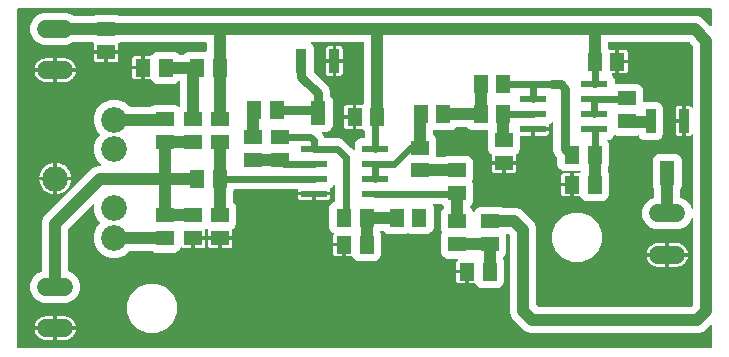
<source format=gbr>
G04 EAGLE Gerber RS-274X export*
G75*
%MOMM*%
%FSLAX34Y34*%
%LPD*%
%INTop Copper*%
%IPPOS*%
%AMOC8*
5,1,8,0,0,1.08239X$1,22.5*%
G01*
%ADD10R,1.500000X1.300000*%
%ADD11R,1.300000X1.500000*%
%ADD12R,2.200000X0.600000*%
%ADD13P,1.649562X8X22.500000*%
%ADD14R,0.900000X2.000000*%
%ADD15R,1.300000X2.000000*%
%ADD16C,1.508000*%
%ADD17C,2.184400*%
%ADD18C,1.500000*%
%ADD19C,0.600000*%
%ADD20C,1.000000*%
%ADD21C,0.800000*%
%ADD22C,0.756400*%

G36*
X593258Y6004D02*
X593258Y6004D01*
X593277Y6002D01*
X593379Y6024D01*
X593481Y6040D01*
X593498Y6050D01*
X593518Y6054D01*
X593607Y6107D01*
X593698Y6156D01*
X593712Y6170D01*
X593729Y6180D01*
X593796Y6259D01*
X593868Y6334D01*
X593876Y6352D01*
X593889Y6367D01*
X593928Y6463D01*
X593971Y6557D01*
X593973Y6577D01*
X593981Y6595D01*
X593999Y6762D01*
X593999Y25424D01*
X593988Y25495D01*
X593986Y25567D01*
X593968Y25616D01*
X593960Y25667D01*
X593926Y25730D01*
X593901Y25798D01*
X593869Y25838D01*
X593844Y25884D01*
X593793Y25934D01*
X593748Y25990D01*
X593704Y26018D01*
X593666Y26054D01*
X593601Y26084D01*
X593541Y26123D01*
X593490Y26135D01*
X593443Y26157D01*
X593372Y26165D01*
X593302Y26183D01*
X593250Y26179D01*
X593199Y26184D01*
X593128Y26169D01*
X593057Y26163D01*
X593009Y26143D01*
X592958Y26132D01*
X592897Y26095D01*
X592831Y26067D01*
X592775Y26022D01*
X592747Y26006D01*
X592732Y25988D01*
X592700Y25962D01*
X591093Y24356D01*
X587891Y21154D01*
X583848Y19479D01*
X439772Y19479D01*
X435729Y21154D01*
X425014Y31869D01*
X423339Y35912D01*
X423339Y101808D01*
X423325Y101898D01*
X423317Y101989D01*
X423305Y102019D01*
X423300Y102051D01*
X423257Y102131D01*
X423221Y102215D01*
X423195Y102247D01*
X423184Y102268D01*
X423161Y102290D01*
X423116Y102346D01*
X422386Y103076D01*
X422312Y103129D01*
X422243Y103189D01*
X422213Y103201D01*
X422187Y103220D01*
X422100Y103247D01*
X422015Y103281D01*
X421974Y103285D01*
X421951Y103292D01*
X421919Y103291D01*
X421848Y103299D01*
X420640Y103299D01*
X420595Y103292D01*
X420549Y103294D01*
X420474Y103272D01*
X420397Y103260D01*
X420357Y103238D01*
X420312Y103225D01*
X420249Y103181D01*
X420180Y103144D01*
X420148Y103111D01*
X420110Y103085D01*
X420064Y103022D01*
X420011Y102966D01*
X419991Y102924D01*
X419964Y102887D01*
X419940Y102813D01*
X419907Y102743D01*
X419902Y102697D01*
X419888Y102653D01*
X419888Y102576D01*
X419880Y102499D01*
X419890Y102454D01*
X419890Y102407D01*
X419901Y102371D01*
X419901Y86946D01*
X418987Y84741D01*
X417624Y83377D01*
X417571Y83303D01*
X417511Y83234D01*
X417499Y83204D01*
X417480Y83178D01*
X417453Y83091D01*
X417419Y83006D01*
X417415Y82965D01*
X417408Y82943D01*
X417409Y82910D01*
X417401Y82839D01*
X417401Y81993D01*
X417411Y81928D01*
X417412Y81863D01*
X417435Y81783D01*
X417440Y81750D01*
X417450Y81733D01*
X417459Y81702D01*
X418241Y79814D01*
X418241Y62426D01*
X417327Y60221D01*
X415639Y58533D01*
X413434Y57619D01*
X398046Y57619D01*
X395841Y58533D01*
X394153Y60221D01*
X393992Y60609D01*
X393930Y60709D01*
X393870Y60809D01*
X393866Y60813D01*
X393862Y60818D01*
X393772Y60893D01*
X393683Y60969D01*
X393678Y60971D01*
X393673Y60975D01*
X393564Y61017D01*
X393455Y61061D01*
X393448Y61062D01*
X393443Y61063D01*
X393425Y61064D01*
X393289Y61079D01*
X388263Y61079D01*
X388263Y70358D01*
X388260Y70378D01*
X388262Y70397D01*
X388240Y70499D01*
X388223Y70601D01*
X388214Y70618D01*
X388210Y70638D01*
X388157Y70727D01*
X388108Y70818D01*
X388094Y70832D01*
X388084Y70849D01*
X388005Y70916D01*
X387930Y70987D01*
X387912Y70996D01*
X387897Y71009D01*
X387801Y71048D01*
X387707Y71091D01*
X387687Y71093D01*
X387669Y71101D01*
X387502Y71119D01*
X386739Y71119D01*
X386739Y71882D01*
X386736Y71902D01*
X386738Y71921D01*
X386716Y72023D01*
X386699Y72125D01*
X386690Y72142D01*
X386686Y72162D01*
X386633Y72251D01*
X386584Y72342D01*
X386570Y72356D01*
X386560Y72373D01*
X386481Y72440D01*
X386406Y72511D01*
X386388Y72520D01*
X386373Y72533D01*
X386277Y72572D01*
X386183Y72615D01*
X386163Y72617D01*
X386145Y72625D01*
X385978Y72643D01*
X377699Y72643D01*
X377699Y78954D01*
X377872Y79601D01*
X378207Y80180D01*
X378680Y80653D01*
X378794Y80719D01*
X378827Y80746D01*
X378850Y80758D01*
X378852Y80760D01*
X378873Y80772D01*
X378925Y80826D01*
X378984Y80874D01*
X379010Y80915D01*
X379043Y80950D01*
X379075Y81019D01*
X379115Y81083D01*
X379126Y81130D01*
X379146Y81173D01*
X379155Y81248D01*
X379172Y81322D01*
X379168Y81370D01*
X379173Y81417D01*
X379157Y81491D01*
X379151Y81567D01*
X379131Y81611D01*
X379121Y81658D01*
X379082Y81723D01*
X379052Y81792D01*
X379020Y81828D01*
X378995Y81869D01*
X378937Y81918D01*
X378886Y81974D01*
X378844Y81998D01*
X378808Y82029D01*
X378738Y82057D01*
X378672Y82094D01*
X378624Y82103D01*
X378580Y82121D01*
X378452Y82135D01*
X378430Y82139D01*
X378423Y82138D01*
X378413Y82139D01*
X369766Y82139D01*
X367561Y83053D01*
X365873Y84741D01*
X364959Y86946D01*
X364959Y102334D01*
X365587Y103849D01*
X365608Y103938D01*
X365636Y104024D01*
X365636Y104057D01*
X365643Y104088D01*
X365634Y104179D01*
X365634Y104270D01*
X365622Y104310D01*
X365620Y104333D01*
X365607Y104362D01*
X365587Y104431D01*
X364959Y105946D01*
X364959Y121334D01*
X365873Y123539D01*
X367236Y124903D01*
X367289Y124977D01*
X367349Y125046D01*
X367361Y125076D01*
X367380Y125102D01*
X367407Y125189D01*
X367441Y125274D01*
X367445Y125315D01*
X367452Y125337D01*
X367451Y125370D01*
X367459Y125441D01*
X367459Y126019D01*
X367445Y126109D01*
X367437Y126200D01*
X367425Y126230D01*
X367420Y126262D01*
X367377Y126343D01*
X367341Y126426D01*
X367315Y126459D01*
X367304Y126479D01*
X367281Y126501D01*
X367236Y126557D01*
X365857Y127936D01*
X365783Y127989D01*
X365714Y128049D01*
X365684Y128061D01*
X365658Y128080D01*
X365571Y128107D01*
X365486Y128141D01*
X365445Y128145D01*
X365423Y128152D01*
X365390Y128151D01*
X365319Y128159D01*
X358602Y128159D01*
X358557Y128152D01*
X358511Y128154D01*
X358436Y128132D01*
X358360Y128120D01*
X358319Y128098D01*
X358275Y128085D01*
X358211Y128041D01*
X358142Y128004D01*
X358111Y127971D01*
X358073Y127945D01*
X358027Y127883D01*
X357973Y127826D01*
X357954Y127784D01*
X357926Y127748D01*
X357902Y127674D01*
X357869Y127603D01*
X357864Y127557D01*
X357850Y127514D01*
X357851Y127436D01*
X357842Y127359D01*
X357852Y127314D01*
X357852Y127268D01*
X357890Y127136D01*
X357894Y127118D01*
X357897Y127114D01*
X357899Y127107D01*
X358551Y125534D01*
X358551Y108146D01*
X357637Y105941D01*
X355949Y104253D01*
X353744Y103339D01*
X338356Y103339D01*
X336841Y103967D01*
X336753Y103988D01*
X336666Y104016D01*
X336633Y104016D01*
X336602Y104023D01*
X336511Y104014D01*
X336420Y104014D01*
X336380Y104002D01*
X336357Y104000D01*
X336328Y103987D01*
X336259Y103967D01*
X334744Y103339D01*
X319356Y103339D01*
X317151Y104253D01*
X315787Y105616D01*
X315713Y105669D01*
X315644Y105729D01*
X315614Y105741D01*
X315588Y105760D01*
X315501Y105787D01*
X315416Y105821D01*
X315375Y105825D01*
X315353Y105832D01*
X315320Y105831D01*
X315249Y105839D01*
X313929Y105839D01*
X313884Y105832D01*
X313838Y105834D01*
X313763Y105812D01*
X313686Y105800D01*
X313645Y105778D01*
X313601Y105765D01*
X313537Y105721D01*
X313469Y105684D01*
X313437Y105651D01*
X313399Y105625D01*
X313353Y105562D01*
X313299Y105506D01*
X313280Y105464D01*
X313253Y105428D01*
X313228Y105354D01*
X313196Y105283D01*
X313191Y105237D01*
X313176Y105194D01*
X313177Y105116D01*
X313169Y105039D01*
X313178Y104994D01*
X313179Y104948D01*
X313217Y104816D01*
X313221Y104798D01*
X313223Y104794D01*
X313225Y104787D01*
X314101Y102674D01*
X314101Y85286D01*
X313187Y83081D01*
X311499Y81393D01*
X309294Y80479D01*
X293906Y80479D01*
X291701Y81393D01*
X290013Y83081D01*
X289852Y83469D01*
X289790Y83569D01*
X289730Y83669D01*
X289726Y83673D01*
X289722Y83678D01*
X289632Y83753D01*
X289543Y83829D01*
X289538Y83831D01*
X289533Y83835D01*
X289424Y83877D01*
X289315Y83921D01*
X289308Y83922D01*
X289303Y83923D01*
X289285Y83924D01*
X289149Y83939D01*
X284123Y83939D01*
X284123Y93218D01*
X284120Y93238D01*
X284122Y93257D01*
X284100Y93359D01*
X284083Y93461D01*
X284074Y93478D01*
X284070Y93498D01*
X284017Y93587D01*
X283968Y93678D01*
X283954Y93692D01*
X283944Y93709D01*
X283865Y93776D01*
X283790Y93847D01*
X283772Y93856D01*
X283757Y93869D01*
X283661Y93908D01*
X283567Y93951D01*
X283547Y93953D01*
X283529Y93961D01*
X283362Y93979D01*
X282599Y93979D01*
X282599Y94742D01*
X282596Y94762D01*
X282598Y94781D01*
X282576Y94883D01*
X282559Y94985D01*
X282550Y95002D01*
X282546Y95022D01*
X282493Y95111D01*
X282444Y95202D01*
X282430Y95216D01*
X282420Y95233D01*
X282341Y95300D01*
X282266Y95371D01*
X282248Y95380D01*
X282233Y95393D01*
X282137Y95432D01*
X282043Y95475D01*
X282023Y95477D01*
X282005Y95485D01*
X281838Y95503D01*
X273559Y95503D01*
X273559Y101814D01*
X273732Y102461D01*
X273934Y102810D01*
X273959Y102876D01*
X273993Y102937D01*
X274002Y102990D01*
X274021Y103040D01*
X274024Y103110D01*
X274036Y103179D01*
X274028Y103232D01*
X274030Y103286D01*
X274011Y103353D01*
X274000Y103422D01*
X273976Y103470D01*
X273961Y103522D01*
X273920Y103579D01*
X273889Y103641D01*
X273850Y103679D01*
X273819Y103723D01*
X273763Y103765D01*
X273713Y103813D01*
X273647Y103850D01*
X273621Y103869D01*
X273600Y103876D01*
X273566Y103894D01*
X272701Y104253D01*
X271013Y105941D01*
X270099Y108146D01*
X270099Y125534D01*
X271013Y127739D01*
X272701Y129427D01*
X274399Y130131D01*
X274499Y130192D01*
X274599Y130252D01*
X274603Y130257D01*
X274608Y130260D01*
X274683Y130350D01*
X274759Y130439D01*
X274761Y130445D01*
X274765Y130450D01*
X274807Y130557D01*
X274833Y130624D01*
X274841Y130641D01*
X274842Y130644D01*
X274851Y130667D01*
X274852Y130675D01*
X274853Y130679D01*
X274854Y130698D01*
X274869Y130834D01*
X274869Y143429D01*
X274854Y143525D01*
X274844Y143622D01*
X274834Y143646D01*
X274830Y143672D01*
X274784Y143758D01*
X274744Y143847D01*
X274727Y143866D01*
X274714Y143889D01*
X274644Y143956D01*
X274578Y144028D01*
X274555Y144041D01*
X274536Y144059D01*
X274448Y144100D01*
X274362Y144147D01*
X274337Y144151D01*
X274313Y144162D01*
X274216Y144173D01*
X274120Y144190D01*
X274094Y144187D01*
X274069Y144189D01*
X273974Y144169D01*
X273877Y144155D01*
X273854Y144143D01*
X273828Y144137D01*
X273745Y144087D01*
X273658Y144043D01*
X273639Y144024D01*
X273617Y144011D01*
X273554Y143937D01*
X273486Y143867D01*
X273470Y143839D01*
X273457Y143824D01*
X273445Y143793D01*
X273405Y143720D01*
X273297Y143461D01*
X271609Y141773D01*
X271145Y141581D01*
X271066Y141531D01*
X270983Y141489D01*
X270962Y141467D01*
X270936Y141451D01*
X270876Y141379D01*
X270811Y141312D01*
X270798Y141285D01*
X270779Y141261D01*
X270746Y141174D01*
X270705Y141090D01*
X270702Y141060D01*
X270691Y141032D01*
X270687Y140939D01*
X270676Y140846D01*
X270681Y140808D01*
X270680Y140786D01*
X270690Y140755D01*
X270701Y140680D01*
X270751Y140495D01*
X270751Y138659D01*
X257948Y138659D01*
X257929Y138656D01*
X257909Y138658D01*
X257807Y138636D01*
X257705Y138620D01*
X257688Y138610D01*
X257668Y138606D01*
X257579Y138553D01*
X257488Y138504D01*
X257474Y138490D01*
X257457Y138480D01*
X257390Y138401D01*
X257319Y138326D01*
X257310Y138308D01*
X257297Y138293D01*
X257259Y138197D01*
X257215Y138103D01*
X257213Y138083D01*
X257206Y138065D01*
X257193Y138141D01*
X257184Y138158D01*
X257180Y138178D01*
X257127Y138267D01*
X257078Y138358D01*
X257064Y138372D01*
X257054Y138389D01*
X256975Y138456D01*
X256900Y138528D01*
X256882Y138536D01*
X256867Y138549D01*
X256770Y138588D01*
X256677Y138631D01*
X256657Y138633D01*
X256639Y138641D01*
X256472Y138659D01*
X243669Y138659D01*
X243669Y140098D01*
X243666Y140118D01*
X243668Y140137D01*
X243646Y140239D01*
X243630Y140341D01*
X243620Y140358D01*
X243616Y140378D01*
X243563Y140467D01*
X243514Y140558D01*
X243500Y140572D01*
X243490Y140589D01*
X243411Y140656D01*
X243336Y140728D01*
X243318Y140736D01*
X243303Y140749D01*
X243207Y140788D01*
X243113Y140831D01*
X243093Y140833D01*
X243075Y140841D01*
X242908Y140859D01*
X190022Y140859D01*
X189907Y140840D01*
X189791Y140823D01*
X189786Y140821D01*
X189779Y140820D01*
X189677Y140765D01*
X189572Y140712D01*
X189568Y140707D01*
X189562Y140704D01*
X189482Y140620D01*
X189400Y140536D01*
X189396Y140530D01*
X189393Y140526D01*
X189385Y140509D01*
X189319Y140389D01*
X188727Y138961D01*
X188364Y138597D01*
X188310Y138523D01*
X188251Y138454D01*
X188239Y138424D01*
X188220Y138398D01*
X188193Y138310D01*
X188159Y138226D01*
X188155Y138185D01*
X188148Y138163D01*
X188149Y138130D01*
X188141Y138059D01*
X188141Y131047D01*
X188160Y130932D01*
X188177Y130816D01*
X188179Y130811D01*
X188180Y130804D01*
X188235Y130702D01*
X188288Y130597D01*
X188293Y130593D01*
X188296Y130587D01*
X188380Y130507D01*
X188464Y130425D01*
X188470Y130421D01*
X188474Y130418D01*
X188491Y130410D01*
X188611Y130344D01*
X188699Y130307D01*
X190387Y128619D01*
X191301Y126414D01*
X191301Y111026D01*
X190387Y108821D01*
X188699Y107133D01*
X188311Y106972D01*
X188211Y106910D01*
X188111Y106850D01*
X188107Y106846D01*
X188102Y106842D01*
X188027Y106752D01*
X187951Y106663D01*
X187949Y106658D01*
X187945Y106653D01*
X187903Y106544D01*
X187859Y106435D01*
X187858Y106428D01*
X187857Y106423D01*
X187856Y106405D01*
X187841Y106269D01*
X187841Y101243D01*
X178562Y101243D01*
X178542Y101240D01*
X178523Y101242D01*
X178421Y101220D01*
X178319Y101203D01*
X178302Y101194D01*
X178282Y101190D01*
X178193Y101137D01*
X178102Y101088D01*
X178088Y101074D01*
X178071Y101064D01*
X178004Y100985D01*
X177933Y100910D01*
X177924Y100892D01*
X177911Y100877D01*
X177872Y100781D01*
X177829Y100687D01*
X177827Y100667D01*
X177819Y100649D01*
X177801Y100482D01*
X177801Y99719D01*
X177799Y99719D01*
X177799Y100482D01*
X177796Y100502D01*
X177798Y100521D01*
X177776Y100623D01*
X177759Y100725D01*
X177750Y100742D01*
X177746Y100762D01*
X177693Y100851D01*
X177644Y100942D01*
X177630Y100956D01*
X177620Y100973D01*
X177541Y101040D01*
X177466Y101111D01*
X177448Y101120D01*
X177433Y101133D01*
X177337Y101172D01*
X177243Y101215D01*
X177223Y101217D01*
X177205Y101225D01*
X177038Y101243D01*
X167759Y101243D01*
X167759Y106269D01*
X167741Y106383D01*
X167723Y106500D01*
X167721Y106505D01*
X167720Y106511D01*
X167665Y106614D01*
X167612Y106719D01*
X167607Y106723D01*
X167604Y106729D01*
X167519Y106810D01*
X167436Y106891D01*
X167430Y106895D01*
X167426Y106898D01*
X167409Y106906D01*
X167289Y106972D01*
X166894Y107136D01*
X166892Y107137D01*
X166880Y107153D01*
X166793Y107209D01*
X166709Y107269D01*
X166689Y107275D01*
X166673Y107286D01*
X166572Y107311D01*
X166473Y107341D01*
X166453Y107341D01*
X166434Y107346D01*
X166331Y107338D01*
X166228Y107335D01*
X166209Y107328D01*
X166189Y107327D01*
X166094Y107286D01*
X165997Y107250D01*
X165981Y107238D01*
X165963Y107230D01*
X165843Y107134D01*
X165451Y106972D01*
X165351Y106910D01*
X165251Y106850D01*
X165247Y106846D01*
X165242Y106842D01*
X165167Y106752D01*
X165091Y106663D01*
X165089Y106658D01*
X165085Y106653D01*
X165043Y106544D01*
X164999Y106435D01*
X164998Y106428D01*
X164997Y106423D01*
X164996Y106405D01*
X164981Y106269D01*
X164981Y101243D01*
X155702Y101243D01*
X155682Y101240D01*
X155663Y101242D01*
X155561Y101220D01*
X155459Y101203D01*
X155442Y101194D01*
X155422Y101190D01*
X155333Y101137D01*
X155242Y101088D01*
X155228Y101074D01*
X155211Y101064D01*
X155144Y100985D01*
X155073Y100910D01*
X155064Y100892D01*
X155051Y100877D01*
X155012Y100781D01*
X154969Y100687D01*
X154967Y100667D01*
X154959Y100649D01*
X154941Y100482D01*
X154941Y99719D01*
X154178Y99719D01*
X154158Y99716D01*
X154139Y99718D01*
X154037Y99696D01*
X153935Y99679D01*
X153918Y99670D01*
X153898Y99666D01*
X153809Y99613D01*
X153718Y99564D01*
X153704Y99550D01*
X153687Y99540D01*
X153620Y99461D01*
X153549Y99386D01*
X153540Y99368D01*
X153527Y99353D01*
X153488Y99257D01*
X153445Y99163D01*
X153443Y99143D01*
X153435Y99125D01*
X153417Y98958D01*
X153417Y90679D01*
X147106Y90679D01*
X146459Y90852D01*
X145880Y91187D01*
X145336Y91731D01*
X145322Y91741D01*
X145297Y91772D01*
X145278Y91784D01*
X145263Y91800D01*
X145174Y91849D01*
X145156Y91860D01*
X145136Y91874D01*
X145131Y91876D01*
X145088Y91903D01*
X145067Y91908D01*
X145047Y91919D01*
X144948Y91937D01*
X144849Y91960D01*
X144827Y91958D01*
X144805Y91962D01*
X144705Y91947D01*
X144604Y91939D01*
X144584Y91930D01*
X144562Y91926D01*
X144471Y91880D01*
X144379Y91840D01*
X144362Y91825D01*
X144343Y91815D01*
X144272Y91743D01*
X144197Y91675D01*
X144186Y91655D01*
X144170Y91639D01*
X144090Y91492D01*
X143397Y89821D01*
X141709Y88133D01*
X139504Y87219D01*
X122116Y87219D01*
X119911Y88133D01*
X119407Y88636D01*
X119333Y88690D01*
X119264Y88749D01*
X119234Y88761D01*
X119208Y88780D01*
X119121Y88807D01*
X119036Y88841D01*
X118995Y88845D01*
X118973Y88852D01*
X118940Y88851D01*
X118869Y88859D01*
X101347Y88859D01*
X101257Y88845D01*
X101166Y88837D01*
X101136Y88825D01*
X101104Y88820D01*
X101024Y88777D01*
X100940Y88741D01*
X100908Y88715D01*
X100887Y88704D01*
X100865Y88681D01*
X100809Y88636D01*
X97686Y85514D01*
X91466Y82937D01*
X84734Y82937D01*
X78514Y85514D01*
X73754Y90274D01*
X71177Y96494D01*
X71177Y103226D01*
X73754Y109446D01*
X76129Y111822D01*
X76141Y111838D01*
X76157Y111850D01*
X76213Y111938D01*
X76273Y112021D01*
X76279Y112040D01*
X76290Y112057D01*
X76315Y112158D01*
X76345Y112257D01*
X76345Y112276D01*
X76350Y112296D01*
X76342Y112399D01*
X76339Y112502D01*
X76332Y112521D01*
X76330Y112541D01*
X76290Y112636D01*
X76254Y112733D01*
X76242Y112749D01*
X76234Y112767D01*
X76129Y112898D01*
X73754Y115274D01*
X71177Y121494D01*
X71177Y127442D01*
X71166Y127513D01*
X71164Y127585D01*
X71146Y127633D01*
X71138Y127685D01*
X71104Y127748D01*
X71079Y127816D01*
X71047Y127856D01*
X71022Y127902D01*
X70970Y127952D01*
X70926Y128008D01*
X70882Y128036D01*
X70844Y128072D01*
X70779Y128102D01*
X70719Y128141D01*
X70668Y128153D01*
X70621Y128175D01*
X70550Y128183D01*
X70480Y128201D01*
X70428Y128197D01*
X70377Y128202D01*
X70306Y128187D01*
X70235Y128181D01*
X70187Y128161D01*
X70136Y128150D01*
X70075Y128113D01*
X70009Y128085D01*
X69953Y128040D01*
X69925Y128024D01*
X69910Y128006D01*
X69878Y127980D01*
X49324Y107426D01*
X49271Y107352D01*
X49211Y107283D01*
X49199Y107253D01*
X49180Y107227D01*
X49153Y107140D01*
X49119Y107055D01*
X49115Y107014D01*
X49108Y106991D01*
X49109Y106959D01*
X49101Y106888D01*
X49101Y71872D01*
X49120Y71757D01*
X49137Y71641D01*
X49139Y71635D01*
X49140Y71629D01*
X49195Y71526D01*
X49248Y71421D01*
X49253Y71417D01*
X49256Y71411D01*
X49340Y71332D01*
X49424Y71249D01*
X49430Y71245D01*
X49434Y71242D01*
X49451Y71234D01*
X49571Y71168D01*
X53310Y69619D01*
X57119Y65810D01*
X59181Y60833D01*
X59181Y55447D01*
X57119Y50470D01*
X53310Y46661D01*
X48333Y44599D01*
X27867Y44599D01*
X22890Y46661D01*
X19081Y50470D01*
X17019Y55447D01*
X17019Y60833D01*
X19081Y65810D01*
X22890Y69619D01*
X26629Y71168D01*
X26729Y71230D01*
X26829Y71290D01*
X26833Y71295D01*
X26838Y71298D01*
X26913Y71387D01*
X26989Y71477D01*
X26991Y71483D01*
X26995Y71487D01*
X27037Y71595D01*
X27081Y71705D01*
X27082Y71712D01*
X27083Y71717D01*
X27084Y71735D01*
X27099Y71872D01*
X27099Y113948D01*
X28774Y117991D01*
X69969Y159186D01*
X74012Y160861D01*
X76329Y160861D01*
X76400Y160872D01*
X76472Y160874D01*
X76521Y160892D01*
X76572Y160900D01*
X76635Y160934D01*
X76703Y160959D01*
X76743Y160991D01*
X76789Y161016D01*
X76839Y161068D01*
X76895Y161112D01*
X76923Y161156D01*
X76959Y161194D01*
X76989Y161259D01*
X77028Y161319D01*
X77040Y161370D01*
X77062Y161417D01*
X77070Y161488D01*
X77088Y161558D01*
X77084Y161610D01*
X77089Y161661D01*
X77074Y161732D01*
X77069Y161803D01*
X77048Y161851D01*
X77037Y161902D01*
X77000Y161963D01*
X76972Y162029D01*
X76927Y162085D01*
X76911Y162113D01*
X76893Y162128D01*
X76867Y162160D01*
X73754Y165274D01*
X71177Y171494D01*
X71177Y178226D01*
X73754Y184446D01*
X76129Y186822D01*
X76141Y186838D01*
X76157Y186850D01*
X76213Y186938D01*
X76273Y187021D01*
X76279Y187040D01*
X76290Y187057D01*
X76315Y187158D01*
X76345Y187257D01*
X76345Y187276D01*
X76350Y187296D01*
X76342Y187399D01*
X76339Y187502D01*
X76332Y187521D01*
X76330Y187541D01*
X76290Y187636D01*
X76254Y187733D01*
X76242Y187749D01*
X76234Y187767D01*
X76129Y187898D01*
X73754Y190274D01*
X71177Y196494D01*
X71177Y203226D01*
X73754Y209446D01*
X78514Y214206D01*
X84734Y216783D01*
X91466Y216783D01*
X97686Y214206D01*
X100809Y211084D01*
X100883Y211031D01*
X100952Y210971D01*
X100982Y210959D01*
X101008Y210940D01*
X101095Y210913D01*
X101180Y210879D01*
X101221Y210875D01*
X101243Y210868D01*
X101276Y210869D01*
X101347Y210861D01*
X118869Y210861D01*
X118959Y210875D01*
X119050Y210883D01*
X119080Y210895D01*
X119112Y210900D01*
X119192Y210943D01*
X119276Y210979D01*
X119309Y211005D01*
X119329Y211016D01*
X119351Y211039D01*
X119407Y211084D01*
X119911Y211587D01*
X122116Y212501D01*
X139504Y212501D01*
X141709Y211587D01*
X142337Y210960D01*
X142353Y210948D01*
X142365Y210932D01*
X142453Y210876D01*
X142536Y210816D01*
X142555Y210810D01*
X142572Y210799D01*
X142673Y210774D01*
X142772Y210744D01*
X142792Y210744D01*
X142811Y210739D01*
X142914Y210747D01*
X143017Y210750D01*
X143036Y210757D01*
X143056Y210758D01*
X143151Y210799D01*
X143248Y210835D01*
X143264Y210847D01*
X143282Y210855D01*
X143413Y210960D01*
X143716Y211263D01*
X143769Y211337D01*
X143829Y211406D01*
X143841Y211436D01*
X143860Y211462D01*
X143887Y211549D01*
X143921Y211634D01*
X143925Y211675D01*
X143932Y211697D01*
X143931Y211730D01*
X143939Y211801D01*
X143939Y232035D01*
X143928Y232106D01*
X143926Y232178D01*
X143908Y232227D01*
X143900Y232278D01*
X143866Y232341D01*
X143841Y232409D01*
X143809Y232449D01*
X143784Y232495D01*
X143732Y232545D01*
X143688Y232601D01*
X143644Y232629D01*
X143606Y232665D01*
X143541Y232695D01*
X143481Y232734D01*
X143430Y232746D01*
X143383Y232768D01*
X143312Y232776D01*
X143242Y232794D01*
X143190Y232790D01*
X143139Y232795D01*
X143068Y232780D01*
X142997Y232775D01*
X142949Y232754D01*
X142898Y232743D01*
X142837Y232706D01*
X142771Y232678D01*
X142715Y232633D01*
X142687Y232617D01*
X142672Y232599D01*
X142640Y232573D01*
X141319Y231253D01*
X139114Y230339D01*
X123726Y230339D01*
X121521Y231253D01*
X119833Y232941D01*
X119672Y233329D01*
X119610Y233429D01*
X119550Y233529D01*
X119546Y233533D01*
X119542Y233538D01*
X119452Y233613D01*
X119363Y233689D01*
X119358Y233691D01*
X119353Y233695D01*
X119244Y233737D01*
X119135Y233781D01*
X119128Y233782D01*
X119123Y233783D01*
X119105Y233784D01*
X118969Y233799D01*
X113943Y233799D01*
X113943Y243078D01*
X113940Y243098D01*
X113942Y243117D01*
X113920Y243219D01*
X113903Y243321D01*
X113894Y243338D01*
X113890Y243358D01*
X113837Y243447D01*
X113788Y243538D01*
X113774Y243552D01*
X113764Y243569D01*
X113685Y243636D01*
X113610Y243707D01*
X113592Y243716D01*
X113577Y243729D01*
X113481Y243768D01*
X113387Y243811D01*
X113367Y243813D01*
X113349Y243821D01*
X113182Y243839D01*
X112419Y243839D01*
X112419Y243841D01*
X113182Y243841D01*
X113202Y243844D01*
X113221Y243842D01*
X113323Y243864D01*
X113425Y243881D01*
X113442Y243890D01*
X113462Y243894D01*
X113551Y243947D01*
X113642Y243996D01*
X113656Y244010D01*
X113673Y244020D01*
X113740Y244099D01*
X113811Y244174D01*
X113820Y244192D01*
X113833Y244207D01*
X113872Y244303D01*
X113915Y244397D01*
X113917Y244417D01*
X113925Y244435D01*
X113943Y244602D01*
X113943Y253881D01*
X118969Y253881D01*
X119083Y253899D01*
X119200Y253917D01*
X119205Y253919D01*
X119211Y253920D01*
X119314Y253975D01*
X119419Y254028D01*
X119423Y254033D01*
X119429Y254036D01*
X119509Y254121D01*
X119591Y254204D01*
X119595Y254210D01*
X119598Y254214D01*
X119606Y254231D01*
X119672Y254351D01*
X119833Y254739D01*
X121521Y256427D01*
X123726Y257341D01*
X139114Y257341D01*
X141319Y256427D01*
X142683Y255064D01*
X142757Y255011D01*
X142826Y254951D01*
X142856Y254939D01*
X142882Y254920D01*
X142969Y254893D01*
X143054Y254859D01*
X143095Y254855D01*
X143117Y254848D01*
X143150Y254849D01*
X143221Y254841D01*
X146339Y254841D01*
X146429Y254855D01*
X146520Y254863D01*
X146550Y254875D01*
X146582Y254880D01*
X146663Y254923D01*
X146746Y254959D01*
X146779Y254985D01*
X146799Y254996D01*
X146821Y255019D01*
X146877Y255064D01*
X148241Y256427D01*
X150446Y257341D01*
X165378Y257341D01*
X165398Y257344D01*
X165417Y257342D01*
X165519Y257364D01*
X165621Y257380D01*
X165638Y257390D01*
X165658Y257394D01*
X165747Y257447D01*
X165838Y257496D01*
X165852Y257510D01*
X165869Y257520D01*
X165936Y257599D01*
X166008Y257674D01*
X166016Y257692D01*
X166029Y257707D01*
X166068Y257803D01*
X166111Y257897D01*
X166113Y257917D01*
X166121Y257935D01*
X166139Y258102D01*
X166139Y264438D01*
X166136Y264458D01*
X166138Y264477D01*
X166116Y264579D01*
X166100Y264681D01*
X166090Y264698D01*
X166086Y264718D01*
X166033Y264807D01*
X165984Y264898D01*
X165970Y264912D01*
X165960Y264929D01*
X165881Y264996D01*
X165806Y265068D01*
X165788Y265076D01*
X165773Y265089D01*
X165677Y265128D01*
X165583Y265171D01*
X165563Y265173D01*
X165545Y265181D01*
X165378Y265199D01*
X93081Y265199D01*
X92991Y265185D01*
X92900Y265177D01*
X92870Y265165D01*
X92838Y265160D01*
X92758Y265117D01*
X92674Y265081D01*
X92641Y265055D01*
X92621Y265044D01*
X92599Y265021D01*
X92543Y264976D01*
X92179Y264613D01*
X91791Y264452D01*
X91691Y264390D01*
X91591Y264330D01*
X91587Y264326D01*
X91582Y264322D01*
X91507Y264232D01*
X91431Y264143D01*
X91429Y264138D01*
X91425Y264133D01*
X91383Y264024D01*
X91339Y263915D01*
X91338Y263908D01*
X91337Y263903D01*
X91336Y263885D01*
X91321Y263749D01*
X91321Y258723D01*
X82042Y258723D01*
X82022Y258720D01*
X82003Y258722D01*
X81901Y258700D01*
X81799Y258683D01*
X81782Y258674D01*
X81762Y258670D01*
X81673Y258617D01*
X81582Y258568D01*
X81568Y258554D01*
X81551Y258544D01*
X81484Y258465D01*
X81413Y258390D01*
X81404Y258372D01*
X81391Y258357D01*
X81352Y258261D01*
X81309Y258167D01*
X81307Y258147D01*
X81299Y258129D01*
X81281Y257962D01*
X81281Y257199D01*
X81279Y257199D01*
X81279Y257962D01*
X81276Y257982D01*
X81278Y258001D01*
X81256Y258103D01*
X81239Y258205D01*
X81230Y258222D01*
X81226Y258242D01*
X81173Y258331D01*
X81124Y258422D01*
X81110Y258436D01*
X81100Y258453D01*
X81021Y258520D01*
X80946Y258591D01*
X80928Y258600D01*
X80913Y258613D01*
X80817Y258652D01*
X80723Y258695D01*
X80703Y258697D01*
X80685Y258705D01*
X80518Y258723D01*
X71239Y258723D01*
X71239Y263749D01*
X71221Y263863D01*
X71203Y263980D01*
X71201Y263985D01*
X71200Y263991D01*
X71145Y264094D01*
X71092Y264199D01*
X71087Y264203D01*
X71084Y264209D01*
X70999Y264290D01*
X70916Y264371D01*
X70910Y264375D01*
X70906Y264378D01*
X70889Y264386D01*
X70769Y264452D01*
X70381Y264613D01*
X69637Y265356D01*
X69563Y265409D01*
X69494Y265469D01*
X69464Y265481D01*
X69438Y265500D01*
X69351Y265527D01*
X69266Y265561D01*
X69225Y265565D01*
X69203Y265572D01*
X69170Y265571D01*
X69099Y265579D01*
X54104Y265579D01*
X54014Y265565D01*
X53923Y265557D01*
X53893Y265545D01*
X53861Y265540D01*
X53781Y265497D01*
X53697Y265461D01*
X53665Y265435D01*
X53644Y265424D01*
X53622Y265401D01*
X53566Y265356D01*
X53310Y265101D01*
X48333Y263039D01*
X27867Y263039D01*
X22890Y265101D01*
X19081Y268910D01*
X17019Y273887D01*
X17019Y279273D01*
X19081Y284250D01*
X22890Y288059D01*
X27867Y290121D01*
X48333Y290121D01*
X53310Y288059D01*
X53566Y287804D01*
X53640Y287751D01*
X53709Y287691D01*
X53739Y287679D01*
X53765Y287660D01*
X53853Y287633D01*
X53937Y287599D01*
X53978Y287595D01*
X54001Y287588D01*
X54033Y287589D01*
X54104Y287581D01*
X69859Y287581D01*
X69949Y287595D01*
X70040Y287603D01*
X70070Y287615D01*
X70102Y287620D01*
X70183Y287663D01*
X70267Y287699D01*
X70299Y287725D01*
X70319Y287736D01*
X70341Y287759D01*
X70372Y287784D01*
X72586Y288701D01*
X89974Y288701D01*
X92179Y287787D01*
X92543Y287424D01*
X92617Y287370D01*
X92686Y287311D01*
X92716Y287299D01*
X92742Y287280D01*
X92829Y287253D01*
X92914Y287219D01*
X92955Y287215D01*
X92977Y287208D01*
X93010Y287209D01*
X93081Y287201D01*
X581968Y287201D01*
X586011Y285526D01*
X589213Y282324D01*
X592700Y278838D01*
X592758Y278796D01*
X592810Y278746D01*
X592857Y278724D01*
X592899Y278694D01*
X592968Y278673D01*
X593033Y278643D01*
X593085Y278637D01*
X593135Y278622D01*
X593206Y278624D01*
X593277Y278616D01*
X593328Y278627D01*
X593380Y278628D01*
X593448Y278653D01*
X593518Y278668D01*
X593562Y278695D01*
X593611Y278713D01*
X593667Y278757D01*
X593729Y278794D01*
X593763Y278834D01*
X593803Y278866D01*
X593842Y278927D01*
X593889Y278981D01*
X593908Y279029D01*
X593936Y279073D01*
X593954Y279143D01*
X593981Y279209D01*
X593989Y279281D01*
X593997Y279312D01*
X593995Y279335D01*
X593999Y279376D01*
X593999Y293238D01*
X593996Y293258D01*
X593998Y293277D01*
X593976Y293379D01*
X593960Y293481D01*
X593950Y293498D01*
X593946Y293518D01*
X593893Y293607D01*
X593844Y293698D01*
X593830Y293712D01*
X593820Y293729D01*
X593741Y293796D01*
X593666Y293868D01*
X593648Y293876D01*
X593633Y293889D01*
X593537Y293928D01*
X593443Y293971D01*
X593423Y293973D01*
X593405Y293981D01*
X593238Y293999D01*
X6762Y293999D01*
X6742Y293996D01*
X6723Y293998D01*
X6621Y293976D01*
X6519Y293960D01*
X6502Y293950D01*
X6482Y293946D01*
X6393Y293893D01*
X6302Y293844D01*
X6288Y293830D01*
X6271Y293820D01*
X6204Y293741D01*
X6132Y293666D01*
X6124Y293648D01*
X6111Y293633D01*
X6072Y293537D01*
X6029Y293443D01*
X6027Y293423D01*
X6019Y293405D01*
X6001Y293238D01*
X6001Y6762D01*
X6004Y6742D01*
X6002Y6723D01*
X6024Y6621D01*
X6040Y6519D01*
X6050Y6502D01*
X6054Y6482D01*
X6107Y6393D01*
X6156Y6302D01*
X6170Y6288D01*
X6180Y6271D01*
X6259Y6204D01*
X6334Y6132D01*
X6352Y6124D01*
X6367Y6111D01*
X6463Y6072D01*
X6557Y6029D01*
X6577Y6027D01*
X6595Y6019D01*
X6762Y6001D01*
X593238Y6001D01*
X593258Y6004D01*
G37*
G36*
X576878Y41495D02*
X576878Y41495D01*
X576969Y41503D01*
X576999Y41515D01*
X577031Y41520D01*
X577111Y41563D01*
X577195Y41599D01*
X577228Y41625D01*
X577248Y41636D01*
X577270Y41659D01*
X577326Y41704D01*
X578056Y42434D01*
X578109Y42508D01*
X578169Y42577D01*
X578181Y42607D01*
X578200Y42633D01*
X578227Y42721D01*
X578261Y42805D01*
X578265Y42846D01*
X578272Y42869D01*
X578271Y42901D01*
X578279Y42972D01*
X578279Y116115D01*
X578264Y116211D01*
X578254Y116308D01*
X578244Y116332D01*
X578240Y116358D01*
X578194Y116444D01*
X578154Y116533D01*
X578137Y116552D01*
X578124Y116576D01*
X578054Y116643D01*
X577988Y116714D01*
X577965Y116727D01*
X577946Y116745D01*
X577858Y116786D01*
X577772Y116833D01*
X577747Y116838D01*
X577723Y116849D01*
X577626Y116859D01*
X577530Y116877D01*
X577504Y116873D01*
X577479Y116876D01*
X577383Y116855D01*
X577287Y116841D01*
X577264Y116829D01*
X577238Y116823D01*
X577155Y116773D01*
X577068Y116729D01*
X577049Y116711D01*
X577027Y116697D01*
X576964Y116623D01*
X576896Y116554D01*
X576880Y116525D01*
X576867Y116510D01*
X576855Y116480D01*
X576815Y116407D01*
X575279Y112700D01*
X571470Y108891D01*
X566493Y106829D01*
X546027Y106829D01*
X541050Y108891D01*
X537241Y112700D01*
X535179Y117677D01*
X535179Y123063D01*
X537241Y128040D01*
X541050Y131849D01*
X544789Y133398D01*
X544889Y133460D01*
X544989Y133520D01*
X544993Y133525D01*
X544998Y133528D01*
X545073Y133617D01*
X545149Y133707D01*
X545151Y133713D01*
X545155Y133717D01*
X545197Y133825D01*
X545241Y133935D01*
X545242Y133942D01*
X545243Y133947D01*
X545244Y133965D01*
X545259Y134102D01*
X545259Y140229D01*
X545245Y140319D01*
X545237Y140410D01*
X545225Y140440D01*
X545220Y140472D01*
X545177Y140553D01*
X545141Y140636D01*
X545115Y140669D01*
X545104Y140689D01*
X545081Y140711D01*
X545036Y140767D01*
X544673Y141131D01*
X543759Y143336D01*
X543759Y165724D01*
X544673Y167929D01*
X546361Y169617D01*
X548566Y170531D01*
X563954Y170531D01*
X566159Y169617D01*
X567847Y167929D01*
X568761Y165724D01*
X568761Y143336D01*
X567847Y141131D01*
X567484Y140767D01*
X567431Y140693D01*
X567371Y140624D01*
X567359Y140594D01*
X567340Y140568D01*
X567313Y140481D01*
X567279Y140396D01*
X567275Y140355D01*
X567268Y140333D01*
X567269Y140300D01*
X567261Y140229D01*
X567261Y134102D01*
X567280Y133987D01*
X567297Y133871D01*
X567299Y133865D01*
X567300Y133859D01*
X567355Y133756D01*
X567408Y133651D01*
X567413Y133647D01*
X567416Y133641D01*
X567500Y133562D01*
X567584Y133479D01*
X567590Y133475D01*
X567594Y133472D01*
X567611Y133464D01*
X567731Y133398D01*
X571470Y131849D01*
X575279Y128040D01*
X576815Y124333D01*
X576866Y124250D01*
X576912Y124164D01*
X576931Y124146D01*
X576944Y124124D01*
X577019Y124062D01*
X577090Y123995D01*
X577114Y123984D01*
X577134Y123967D01*
X577225Y123933D01*
X577313Y123891D01*
X577339Y123889D01*
X577363Y123879D01*
X577461Y123875D01*
X577557Y123864D01*
X577583Y123870D01*
X577609Y123869D01*
X577703Y123896D01*
X577798Y123917D01*
X577820Y123930D01*
X577845Y123937D01*
X577925Y123993D01*
X578009Y124043D01*
X578026Y124063D01*
X578047Y124078D01*
X578106Y124156D01*
X578169Y124230D01*
X578179Y124254D01*
X578194Y124275D01*
X578224Y124367D01*
X578261Y124458D01*
X578264Y124490D01*
X578270Y124509D01*
X578270Y124542D01*
X578279Y124625D01*
X578279Y186703D01*
X578272Y186751D01*
X578273Y186798D01*
X578252Y186871D01*
X578240Y186946D01*
X578217Y186988D01*
X578203Y187034D01*
X578160Y187096D01*
X578124Y187163D01*
X578090Y187196D01*
X578062Y187236D01*
X578001Y187280D01*
X577946Y187333D01*
X577903Y187353D01*
X577864Y187381D01*
X577792Y187404D01*
X577723Y187436D01*
X577675Y187442D01*
X577630Y187456D01*
X577554Y187455D01*
X577479Y187463D01*
X577432Y187453D01*
X577384Y187452D01*
X577312Y187427D01*
X577238Y187411D01*
X577197Y187386D01*
X577152Y187370D01*
X577092Y187324D01*
X577027Y187285D01*
X576996Y187248D01*
X576958Y187219D01*
X576882Y187115D01*
X576867Y187098D01*
X576865Y187092D01*
X576859Y187084D01*
X576793Y186970D01*
X576320Y186497D01*
X575741Y186162D01*
X575094Y185989D01*
X571783Y185989D01*
X571783Y197768D01*
X571780Y197788D01*
X571782Y197807D01*
X571760Y197909D01*
X571743Y198011D01*
X571734Y198028D01*
X571730Y198048D01*
X571677Y198137D01*
X571628Y198228D01*
X571614Y198242D01*
X571604Y198259D01*
X571525Y198326D01*
X571450Y198397D01*
X571432Y198406D01*
X571417Y198419D01*
X571321Y198458D01*
X571227Y198501D01*
X571207Y198503D01*
X571189Y198511D01*
X571022Y198529D01*
X570259Y198529D01*
X570259Y198531D01*
X571022Y198531D01*
X571042Y198534D01*
X571061Y198532D01*
X571163Y198554D01*
X571265Y198571D01*
X571282Y198580D01*
X571302Y198584D01*
X571391Y198637D01*
X571482Y198686D01*
X571496Y198700D01*
X571513Y198710D01*
X571580Y198789D01*
X571651Y198864D01*
X571660Y198882D01*
X571673Y198897D01*
X571712Y198993D01*
X571755Y199087D01*
X571757Y199107D01*
X571765Y199125D01*
X571783Y199292D01*
X571783Y211071D01*
X575094Y211071D01*
X575741Y210898D01*
X576320Y210563D01*
X576793Y210090D01*
X576859Y209976D01*
X576889Y209939D01*
X576912Y209897D01*
X576966Y209845D01*
X577014Y209786D01*
X577055Y209760D01*
X577090Y209727D01*
X577159Y209695D01*
X577223Y209655D01*
X577270Y209644D01*
X577313Y209624D01*
X577388Y209615D01*
X577462Y209598D01*
X577510Y209602D01*
X577557Y209597D01*
X577631Y209613D01*
X577707Y209619D01*
X577751Y209639D01*
X577798Y209649D01*
X577863Y209688D01*
X577932Y209718D01*
X577968Y209750D01*
X578009Y209775D01*
X578058Y209833D01*
X578114Y209884D01*
X578138Y209926D01*
X578169Y209962D01*
X578197Y210032D01*
X578234Y210098D01*
X578243Y210146D01*
X578261Y210190D01*
X578275Y210318D01*
X578279Y210340D01*
X578278Y210347D01*
X578279Y210357D01*
X578279Y261828D01*
X578265Y261918D01*
X578257Y262009D01*
X578245Y262039D01*
X578240Y262071D01*
X578197Y262151D01*
X578161Y262235D01*
X578135Y262268D01*
X578124Y262288D01*
X578101Y262310D01*
X578056Y262366D01*
X575446Y264976D01*
X575372Y265029D01*
X575303Y265089D01*
X575273Y265101D01*
X575247Y265120D01*
X575160Y265147D01*
X575075Y265181D01*
X575034Y265185D01*
X575012Y265192D01*
X574979Y265191D01*
X574908Y265199D01*
X506452Y265199D01*
X506432Y265196D01*
X506413Y265198D01*
X506311Y265176D01*
X506209Y265160D01*
X506192Y265150D01*
X506172Y265146D01*
X506083Y265093D01*
X505992Y265044D01*
X505978Y265030D01*
X505961Y265020D01*
X505894Y264941D01*
X505822Y264866D01*
X505814Y264848D01*
X505801Y264833D01*
X505762Y264737D01*
X505719Y264643D01*
X505717Y264623D01*
X505709Y264605D01*
X505691Y264438D01*
X505691Y260721D01*
X505705Y260631D01*
X505713Y260540D01*
X505725Y260510D01*
X505730Y260478D01*
X505773Y260398D01*
X505809Y260314D01*
X505835Y260281D01*
X505846Y260261D01*
X505869Y260239D01*
X505914Y260183D01*
X506277Y259819D01*
X506438Y259431D01*
X506500Y259331D01*
X506560Y259231D01*
X506564Y259227D01*
X506568Y259222D01*
X506658Y259147D01*
X506747Y259071D01*
X506752Y259069D01*
X506757Y259065D01*
X506866Y259023D01*
X506975Y258979D01*
X506982Y258978D01*
X506987Y258977D01*
X507005Y258976D01*
X507141Y258961D01*
X512167Y258961D01*
X512167Y249682D01*
X512170Y249662D01*
X512168Y249643D01*
X512190Y249541D01*
X512207Y249439D01*
X512216Y249422D01*
X512220Y249402D01*
X512273Y249313D01*
X512322Y249222D01*
X512336Y249208D01*
X512346Y249191D01*
X512425Y249124D01*
X512500Y249053D01*
X512518Y249044D01*
X512533Y249031D01*
X512629Y248992D01*
X512723Y248949D01*
X512743Y248947D01*
X512761Y248939D01*
X512928Y248921D01*
X513691Y248921D01*
X513691Y248919D01*
X512928Y248919D01*
X512908Y248916D01*
X512889Y248918D01*
X512787Y248896D01*
X512685Y248879D01*
X512668Y248870D01*
X512648Y248866D01*
X512559Y248813D01*
X512468Y248764D01*
X512454Y248750D01*
X512437Y248740D01*
X512370Y248661D01*
X512299Y248586D01*
X512290Y248568D01*
X512277Y248553D01*
X512238Y248457D01*
X512195Y248363D01*
X512193Y248343D01*
X512185Y248325D01*
X512167Y248158D01*
X512167Y238879D01*
X509945Y238879D01*
X509874Y238868D01*
X509802Y238866D01*
X509753Y238848D01*
X509702Y238840D01*
X509639Y238806D01*
X509571Y238781D01*
X509531Y238749D01*
X509485Y238724D01*
X509435Y238672D01*
X509379Y238628D01*
X509351Y238584D01*
X509315Y238546D01*
X509285Y238481D01*
X509246Y238421D01*
X509234Y238370D01*
X509212Y238323D01*
X509204Y238252D01*
X509186Y238182D01*
X509190Y238130D01*
X509185Y238079D01*
X509200Y238008D01*
X509205Y237937D01*
X509226Y237889D01*
X509237Y237838D01*
X509274Y237777D01*
X509302Y237711D01*
X509347Y237655D01*
X509363Y237627D01*
X509381Y237612D01*
X509407Y237580D01*
X510717Y236269D01*
X511631Y234064D01*
X511631Y230738D01*
X511638Y230693D01*
X511636Y230647D01*
X511658Y230572D01*
X511670Y230496D01*
X511692Y230455D01*
X511705Y230411D01*
X511749Y230347D01*
X511786Y230278D01*
X511819Y230247D01*
X511845Y230209D01*
X511907Y230163D01*
X511964Y230109D01*
X512006Y230089D01*
X512042Y230062D01*
X512116Y230038D01*
X512187Y230005D01*
X512233Y230000D01*
X512276Y229986D01*
X512354Y229987D01*
X512431Y229978D01*
X512476Y229988D01*
X512522Y229988D01*
X512653Y230026D01*
X512672Y230030D01*
X512676Y230033D01*
X512683Y230035D01*
X513276Y230281D01*
X530664Y230281D01*
X532869Y229367D01*
X534557Y227679D01*
X535471Y225474D01*
X535471Y215216D01*
X535478Y215171D01*
X535476Y215125D01*
X535498Y215050D01*
X535510Y214973D01*
X535532Y214933D01*
X535545Y214889D01*
X535589Y214825D01*
X535626Y214756D01*
X535659Y214724D01*
X535685Y214687D01*
X535748Y214640D01*
X535804Y214587D01*
X535846Y214567D01*
X535882Y214540D01*
X535956Y214516D01*
X536027Y214483D01*
X536073Y214478D01*
X536116Y214464D01*
X536194Y214465D01*
X536271Y214456D01*
X536316Y214466D01*
X536362Y214466D01*
X536494Y214504D01*
X536512Y214508D01*
X536516Y214511D01*
X536523Y214513D01*
X536566Y214531D01*
X547954Y214531D01*
X550159Y213617D01*
X551847Y211929D01*
X552761Y209724D01*
X552761Y187336D01*
X551847Y185131D01*
X550159Y183443D01*
X547954Y182529D01*
X536566Y182529D01*
X534361Y183443D01*
X532673Y185131D01*
X532264Y186118D01*
X532253Y186135D01*
X532248Y186154D01*
X532189Y186239D01*
X532134Y186327D01*
X532119Y186340D01*
X532108Y186356D01*
X532025Y186418D01*
X531945Y186484D01*
X531926Y186491D01*
X531910Y186503D01*
X531812Y186535D01*
X531715Y186572D01*
X531695Y186573D01*
X531676Y186579D01*
X531573Y186578D01*
X531469Y186583D01*
X531450Y186577D01*
X531430Y186577D01*
X531269Y186530D01*
X530664Y186279D01*
X513276Y186279D01*
X512116Y186760D01*
X512097Y186764D01*
X512080Y186774D01*
X511978Y186792D01*
X511877Y186816D01*
X511857Y186814D01*
X511838Y186818D01*
X511735Y186802D01*
X511632Y186793D01*
X511614Y186785D01*
X511594Y186782D01*
X511502Y186735D01*
X511407Y186693D01*
X511393Y186679D01*
X511375Y186670D01*
X511302Y186596D01*
X511226Y186526D01*
X511217Y186509D01*
X511203Y186495D01*
X511122Y186348D01*
X510717Y185371D01*
X509029Y183683D01*
X506824Y182769D01*
X506375Y182769D01*
X506304Y182758D01*
X506232Y182756D01*
X506183Y182738D01*
X506132Y182730D01*
X506069Y182696D01*
X506001Y182671D01*
X505961Y182639D01*
X505915Y182614D01*
X505865Y182562D01*
X505809Y182518D01*
X505781Y182474D01*
X505745Y182436D01*
X505715Y182371D01*
X505676Y182311D01*
X505664Y182260D01*
X505642Y182213D01*
X505634Y182142D01*
X505616Y182072D01*
X505620Y182020D01*
X505615Y181969D01*
X505630Y181898D01*
X505635Y181827D01*
X505656Y181779D01*
X505667Y181728D01*
X505704Y181667D01*
X505732Y181601D01*
X505777Y181545D01*
X505793Y181517D01*
X505811Y181502D01*
X505837Y181470D01*
X506227Y181079D01*
X507141Y178874D01*
X507141Y161486D01*
X506227Y159281D01*
X505864Y158917D01*
X505810Y158843D01*
X505751Y158774D01*
X505739Y158744D01*
X505720Y158718D01*
X505693Y158631D01*
X505659Y158546D01*
X505655Y158505D01*
X505648Y158483D01*
X505649Y158450D01*
X505641Y158379D01*
X505641Y156581D01*
X505655Y156491D01*
X505663Y156400D01*
X505675Y156370D01*
X505680Y156338D01*
X505723Y156257D01*
X505759Y156174D01*
X505785Y156141D01*
X505796Y156121D01*
X505819Y156099D01*
X505864Y156043D01*
X506227Y155679D01*
X507141Y153474D01*
X507141Y136086D01*
X506227Y133881D01*
X504539Y132193D01*
X502334Y131279D01*
X486946Y131279D01*
X484741Y132193D01*
X483053Y133881D01*
X482892Y134269D01*
X482830Y134369D01*
X482770Y134469D01*
X482766Y134473D01*
X482762Y134478D01*
X482672Y134553D01*
X482583Y134629D01*
X482578Y134631D01*
X482573Y134635D01*
X482464Y134677D01*
X482355Y134721D01*
X482348Y134722D01*
X482343Y134723D01*
X482325Y134724D01*
X482189Y134739D01*
X477163Y134739D01*
X477163Y144018D01*
X477160Y144038D01*
X477162Y144057D01*
X477140Y144159D01*
X477123Y144261D01*
X477114Y144278D01*
X477110Y144298D01*
X477057Y144387D01*
X477008Y144478D01*
X476994Y144492D01*
X476984Y144509D01*
X476905Y144576D01*
X476830Y144647D01*
X476812Y144656D01*
X476797Y144669D01*
X476701Y144708D01*
X476607Y144751D01*
X476587Y144753D01*
X476569Y144761D01*
X476402Y144779D01*
X475639Y144779D01*
X475639Y144781D01*
X476402Y144781D01*
X476422Y144784D01*
X476441Y144782D01*
X476543Y144804D01*
X476645Y144821D01*
X476662Y144830D01*
X476682Y144834D01*
X476771Y144887D01*
X476862Y144936D01*
X476876Y144950D01*
X476893Y144960D01*
X476960Y145039D01*
X477031Y145114D01*
X477040Y145132D01*
X477053Y145147D01*
X477092Y145243D01*
X477135Y145337D01*
X477137Y145357D01*
X477145Y145375D01*
X477163Y145542D01*
X477163Y154821D01*
X482189Y154821D01*
X482303Y154840D01*
X482420Y154857D01*
X482425Y154859D01*
X482431Y154860D01*
X482534Y154915D01*
X482639Y154968D01*
X482643Y154973D01*
X482649Y154976D01*
X482729Y155060D01*
X482811Y155144D01*
X482815Y155150D01*
X482818Y155154D01*
X482826Y155171D01*
X482892Y155291D01*
X483031Y155627D01*
X483042Y155671D01*
X483061Y155713D01*
X483069Y155790D01*
X483087Y155866D01*
X483083Y155912D01*
X483088Y155957D01*
X483071Y156034D01*
X483064Y156111D01*
X483046Y156153D01*
X483036Y156198D01*
X482996Y156265D01*
X482964Y156336D01*
X482933Y156370D01*
X482910Y156409D01*
X482850Y156460D01*
X482798Y156517D01*
X482758Y156539D01*
X482723Y156569D01*
X482650Y156598D01*
X482582Y156635D01*
X482537Y156644D01*
X482495Y156661D01*
X482359Y156676D01*
X482340Y156679D01*
X482335Y156678D01*
X482328Y156679D01*
X467946Y156679D01*
X465741Y157593D01*
X464053Y159281D01*
X463139Y161486D01*
X463139Y167562D01*
X463125Y167652D01*
X463117Y167743D01*
X463105Y167773D01*
X463100Y167805D01*
X463057Y167886D01*
X463021Y167970D01*
X462995Y168002D01*
X462984Y168022D01*
X462961Y168045D01*
X462916Y168101D01*
X461422Y169595D01*
X459899Y173271D01*
X459899Y197415D01*
X459888Y197486D01*
X459886Y197558D01*
X459868Y197607D01*
X459860Y197658D01*
X459826Y197721D01*
X459801Y197789D01*
X459769Y197829D01*
X459744Y197875D01*
X459692Y197925D01*
X459648Y197981D01*
X459604Y198009D01*
X459566Y198045D01*
X459501Y198075D01*
X459441Y198114D01*
X459390Y198126D01*
X459343Y198148D01*
X459272Y198156D01*
X459202Y198174D01*
X459150Y198170D01*
X459099Y198175D01*
X459028Y198160D01*
X458957Y198155D01*
X458909Y198134D01*
X458858Y198123D01*
X458797Y198086D01*
X458731Y198058D01*
X458675Y198013D01*
X458647Y197997D01*
X458632Y197979D01*
X458600Y197953D01*
X457029Y196383D01*
X456565Y196191D01*
X456486Y196141D01*
X456403Y196099D01*
X456382Y196077D01*
X456356Y196061D01*
X456296Y195989D01*
X456231Y195922D01*
X456218Y195895D01*
X456199Y195871D01*
X456166Y195784D01*
X456125Y195700D01*
X456122Y195670D01*
X456111Y195642D01*
X456107Y195549D01*
X456096Y195456D01*
X456101Y195418D01*
X456100Y195396D01*
X456110Y195365D01*
X456121Y195290D01*
X456171Y195105D01*
X456171Y193269D01*
X443368Y193269D01*
X443349Y193266D01*
X443329Y193268D01*
X443227Y193246D01*
X443125Y193230D01*
X443108Y193220D01*
X443088Y193216D01*
X442999Y193163D01*
X442908Y193114D01*
X442894Y193100D01*
X442877Y193090D01*
X442810Y193011D01*
X442739Y192936D01*
X442730Y192918D01*
X442717Y192903D01*
X442679Y192807D01*
X442635Y192713D01*
X442633Y192693D01*
X442625Y192675D01*
X442607Y192508D01*
X442607Y191793D01*
X441892Y191793D01*
X441872Y191790D01*
X441852Y191792D01*
X441751Y191770D01*
X441649Y191753D01*
X441632Y191744D01*
X441612Y191740D01*
X441523Y191687D01*
X441432Y191638D01*
X441418Y191624D01*
X441401Y191614D01*
X441334Y191535D01*
X441262Y191460D01*
X441254Y191442D01*
X441241Y191427D01*
X441202Y191330D01*
X441159Y191237D01*
X441157Y191217D01*
X441149Y191199D01*
X441131Y191032D01*
X441131Y186229D01*
X432092Y186229D01*
X432072Y186226D01*
X432053Y186228D01*
X431951Y186206D01*
X431849Y186190D01*
X431832Y186180D01*
X431812Y186176D01*
X431723Y186123D01*
X431632Y186074D01*
X431618Y186060D01*
X431601Y186050D01*
X431534Y185971D01*
X431462Y185896D01*
X431454Y185878D01*
X431441Y185863D01*
X431402Y185767D01*
X431359Y185673D01*
X431357Y185653D01*
X431349Y185635D01*
X431331Y185468D01*
X431331Y174526D01*
X430417Y172321D01*
X428729Y170633D01*
X428341Y170472D01*
X428241Y170410D01*
X428141Y170350D01*
X428137Y170346D01*
X428132Y170342D01*
X428057Y170252D01*
X427981Y170163D01*
X427979Y170158D01*
X427975Y170153D01*
X427933Y170044D01*
X427889Y169935D01*
X427888Y169928D01*
X427887Y169923D01*
X427886Y169905D01*
X427871Y169769D01*
X427871Y164743D01*
X418592Y164743D01*
X418572Y164740D01*
X418553Y164742D01*
X418451Y164720D01*
X418349Y164703D01*
X418332Y164694D01*
X418312Y164690D01*
X418223Y164637D01*
X418132Y164588D01*
X418118Y164574D01*
X418101Y164564D01*
X418034Y164485D01*
X417963Y164410D01*
X417954Y164392D01*
X417941Y164377D01*
X417902Y164281D01*
X417859Y164187D01*
X417857Y164167D01*
X417849Y164149D01*
X417831Y163982D01*
X417831Y163219D01*
X417829Y163219D01*
X417829Y163982D01*
X417826Y164002D01*
X417828Y164021D01*
X417806Y164123D01*
X417789Y164225D01*
X417780Y164242D01*
X417776Y164262D01*
X417723Y164351D01*
X417674Y164442D01*
X417660Y164456D01*
X417650Y164473D01*
X417571Y164540D01*
X417496Y164611D01*
X417478Y164620D01*
X417463Y164633D01*
X417367Y164672D01*
X417273Y164715D01*
X417253Y164717D01*
X417235Y164725D01*
X417068Y164743D01*
X407789Y164743D01*
X407789Y169769D01*
X407771Y169883D01*
X407753Y170000D01*
X407751Y170005D01*
X407750Y170011D01*
X407695Y170114D01*
X407642Y170219D01*
X407637Y170223D01*
X407634Y170229D01*
X407549Y170310D01*
X407466Y170391D01*
X407460Y170395D01*
X407456Y170398D01*
X407439Y170406D01*
X407319Y170472D01*
X406931Y170633D01*
X405243Y172321D01*
X404329Y174526D01*
X404329Y189914D01*
X404331Y189917D01*
X404341Y189961D01*
X404360Y190003D01*
X404369Y190080D01*
X404387Y190156D01*
X404382Y190202D01*
X404387Y190247D01*
X404371Y190323D01*
X404364Y190401D01*
X404345Y190443D01*
X404335Y190488D01*
X404295Y190555D01*
X404264Y190626D01*
X404233Y190660D01*
X404209Y190699D01*
X404150Y190750D01*
X404097Y190807D01*
X404057Y190829D01*
X404022Y190859D01*
X403950Y190888D01*
X403882Y190925D01*
X403837Y190934D01*
X403794Y190951D01*
X403658Y190966D01*
X403640Y190969D01*
X403635Y190968D01*
X403627Y190969D01*
X390476Y190969D01*
X388271Y191883D01*
X386907Y193246D01*
X386833Y193299D01*
X386764Y193359D01*
X386734Y193371D01*
X386708Y193390D01*
X386621Y193417D01*
X386536Y193451D01*
X386495Y193455D01*
X386473Y193462D01*
X386440Y193461D01*
X386369Y193469D01*
X378171Y193469D01*
X378081Y193455D01*
X377990Y193447D01*
X377960Y193435D01*
X377928Y193430D01*
X377848Y193387D01*
X377764Y193351D01*
X377731Y193325D01*
X377711Y193314D01*
X377689Y193291D01*
X377633Y193246D01*
X376269Y191883D01*
X374064Y190969D01*
X358626Y190969D01*
X358596Y190973D01*
X358524Y190989D01*
X358478Y190985D01*
X358433Y190990D01*
X358357Y190974D01*
X358279Y190966D01*
X358237Y190948D01*
X358192Y190938D01*
X358125Y190898D01*
X358055Y190867D01*
X358021Y190835D01*
X357981Y190812D01*
X357931Y190753D01*
X357873Y190700D01*
X357852Y190661D01*
X357842Y190651D01*
X357841Y190648D01*
X357821Y190625D01*
X357792Y190553D01*
X357755Y190485D01*
X357748Y190448D01*
X357739Y190428D01*
X357738Y190418D01*
X357729Y190397D01*
X357714Y190262D01*
X357711Y190243D01*
X357712Y190238D01*
X357711Y190230D01*
X357711Y187671D01*
X357725Y187581D01*
X357733Y187490D01*
X357745Y187460D01*
X357750Y187428D01*
X357793Y187347D01*
X357829Y187264D01*
X357855Y187231D01*
X357866Y187211D01*
X357889Y187189D01*
X357934Y187133D01*
X359297Y185769D01*
X360211Y183564D01*
X360211Y168632D01*
X360214Y168612D01*
X360212Y168593D01*
X360234Y168491D01*
X360250Y168389D01*
X360260Y168372D01*
X360264Y168352D01*
X360317Y168263D01*
X360366Y168172D01*
X360380Y168158D01*
X360390Y168141D01*
X360469Y168074D01*
X360544Y168002D01*
X360562Y167994D01*
X360577Y167981D01*
X360673Y167942D01*
X360767Y167899D01*
X360787Y167897D01*
X360805Y167889D01*
X360972Y167871D01*
X366709Y167871D01*
X366799Y167885D01*
X366890Y167893D01*
X366920Y167905D01*
X366952Y167910D01*
X367033Y167953D01*
X367116Y167989D01*
X367149Y168015D01*
X367169Y168026D01*
X367191Y168049D01*
X367247Y168094D01*
X367561Y168407D01*
X369766Y169321D01*
X387154Y169321D01*
X389359Y168407D01*
X391047Y166719D01*
X391961Y164514D01*
X391961Y149126D01*
X391333Y147611D01*
X391312Y147523D01*
X391284Y147436D01*
X391284Y147403D01*
X391277Y147372D01*
X391286Y147281D01*
X391286Y147190D01*
X391298Y147150D01*
X391300Y147127D01*
X391313Y147098D01*
X391333Y147029D01*
X391961Y145514D01*
X391961Y130126D01*
X391047Y127921D01*
X389684Y126557D01*
X389631Y126483D01*
X389571Y126414D01*
X389559Y126384D01*
X389540Y126358D01*
X389513Y126271D01*
X389479Y126186D01*
X389475Y126145D01*
X389468Y126123D01*
X389469Y126090D01*
X389461Y126019D01*
X389461Y125441D01*
X389475Y125351D01*
X389483Y125260D01*
X389495Y125230D01*
X389500Y125198D01*
X389543Y125118D01*
X389579Y125034D01*
X389605Y125001D01*
X389616Y124981D01*
X389639Y124959D01*
X389684Y124903D01*
X391047Y123539D01*
X391727Y121899D01*
X391764Y121838D01*
X391794Y121772D01*
X391829Y121734D01*
X391856Y121690D01*
X391912Y121644D01*
X391960Y121591D01*
X392006Y121566D01*
X392046Y121533D01*
X392113Y121507D01*
X392176Y121472D01*
X392227Y121463D01*
X392275Y121445D01*
X392347Y121442D01*
X392418Y121429D01*
X392469Y121436D01*
X392521Y121434D01*
X392590Y121454D01*
X392661Y121465D01*
X392707Y121488D01*
X392757Y121503D01*
X392816Y121544D01*
X392880Y121576D01*
X392917Y121613D01*
X392959Y121643D01*
X393002Y121700D01*
X393052Y121752D01*
X393087Y121814D01*
X393106Y121840D01*
X393113Y121863D01*
X393133Y121899D01*
X393813Y123539D01*
X395501Y125227D01*
X397706Y126141D01*
X415094Y126141D01*
X416982Y125359D01*
X417045Y125344D01*
X417106Y125319D01*
X417189Y125310D01*
X417221Y125303D01*
X417240Y125304D01*
X417273Y125301D01*
X428908Y125301D01*
X432951Y123626D01*
X443666Y112911D01*
X445341Y108868D01*
X445341Y42972D01*
X445355Y42882D01*
X445363Y42791D01*
X445375Y42761D01*
X445380Y42729D01*
X445423Y42649D01*
X445459Y42565D01*
X445485Y42533D01*
X445496Y42512D01*
X445519Y42490D01*
X445564Y42434D01*
X446294Y41704D01*
X446368Y41651D01*
X446437Y41591D01*
X446467Y41579D01*
X446493Y41560D01*
X446580Y41533D01*
X446665Y41499D01*
X446706Y41495D01*
X446729Y41488D01*
X446761Y41489D01*
X446832Y41481D01*
X576788Y41481D01*
X576878Y41495D01*
G37*
G36*
X291538Y173728D02*
X291538Y173728D01*
X291590Y173730D01*
X291658Y173754D01*
X291728Y173770D01*
X291773Y173796D01*
X291821Y173814D01*
X291877Y173859D01*
X291939Y173896D01*
X291973Y173935D01*
X292013Y173968D01*
X292052Y174028D01*
X292099Y174083D01*
X292118Y174131D01*
X292146Y174175D01*
X292164Y174244D01*
X292191Y174311D01*
X292199Y174382D01*
X292207Y174413D01*
X292205Y174437D01*
X292209Y174478D01*
X292209Y179454D01*
X293123Y181659D01*
X294811Y183347D01*
X297016Y184261D01*
X299448Y184261D01*
X299468Y184264D01*
X299487Y184262D01*
X299589Y184284D01*
X299691Y184300D01*
X299708Y184310D01*
X299728Y184314D01*
X299817Y184367D01*
X299908Y184416D01*
X299922Y184430D01*
X299939Y184440D01*
X300006Y184519D01*
X300078Y184594D01*
X300086Y184612D01*
X300099Y184627D01*
X300138Y184723D01*
X300181Y184817D01*
X300183Y184837D01*
X300191Y184855D01*
X300209Y185022D01*
X300209Y189409D01*
X300195Y189499D01*
X300187Y189590D01*
X300175Y189620D01*
X300170Y189652D01*
X300127Y189733D01*
X300091Y189816D01*
X300065Y189849D01*
X300054Y189869D01*
X300031Y189891D01*
X299986Y189947D01*
X298903Y191031D01*
X298742Y191419D01*
X298680Y191519D01*
X298620Y191619D01*
X298616Y191623D01*
X298612Y191628D01*
X298522Y191703D01*
X298433Y191779D01*
X298428Y191781D01*
X298423Y191785D01*
X298314Y191827D01*
X298205Y191871D01*
X298198Y191872D01*
X298193Y191873D01*
X298175Y191874D01*
X298039Y191889D01*
X293013Y191889D01*
X293013Y201168D01*
X293010Y201188D01*
X293012Y201207D01*
X292990Y201309D01*
X292973Y201411D01*
X292964Y201428D01*
X292960Y201448D01*
X292907Y201537D01*
X292858Y201628D01*
X292844Y201642D01*
X292834Y201659D01*
X292755Y201726D01*
X292680Y201797D01*
X292662Y201806D01*
X292647Y201819D01*
X292551Y201858D01*
X292457Y201901D01*
X292437Y201903D01*
X292419Y201911D01*
X292252Y201929D01*
X291489Y201929D01*
X291489Y201931D01*
X292252Y201931D01*
X292272Y201934D01*
X292291Y201932D01*
X292393Y201954D01*
X292495Y201971D01*
X292512Y201980D01*
X292532Y201984D01*
X292621Y202037D01*
X292712Y202086D01*
X292726Y202100D01*
X292743Y202110D01*
X292810Y202189D01*
X292881Y202264D01*
X292890Y202282D01*
X292903Y202297D01*
X292942Y202393D01*
X292985Y202487D01*
X292987Y202507D01*
X292995Y202525D01*
X293013Y202692D01*
X293013Y211971D01*
X298039Y211971D01*
X298153Y211989D01*
X298270Y212007D01*
X298275Y212009D01*
X298281Y212010D01*
X298384Y212065D01*
X298489Y212118D01*
X298493Y212123D01*
X298499Y212126D01*
X298579Y212211D01*
X298661Y212294D01*
X298665Y212300D01*
X298668Y212304D01*
X298676Y212321D01*
X298742Y212441D01*
X298903Y212829D01*
X299266Y213193D01*
X299319Y213267D01*
X299379Y213336D01*
X299391Y213366D01*
X299410Y213392D01*
X299437Y213479D01*
X299471Y213564D01*
X299475Y213605D01*
X299482Y213627D01*
X299481Y213660D01*
X299489Y213731D01*
X299489Y264438D01*
X299486Y264458D01*
X299488Y264477D01*
X299466Y264579D01*
X299450Y264681D01*
X299440Y264698D01*
X299436Y264718D01*
X299383Y264807D01*
X299334Y264898D01*
X299320Y264912D01*
X299310Y264929D01*
X299231Y264996D01*
X299156Y265068D01*
X299138Y265076D01*
X299123Y265089D01*
X299027Y265128D01*
X298933Y265171D01*
X298913Y265173D01*
X298895Y265181D01*
X298728Y265199D01*
X255305Y265199D01*
X255234Y265188D01*
X255162Y265186D01*
X255113Y265168D01*
X255062Y265160D01*
X254999Y265126D01*
X254931Y265101D01*
X254891Y265069D01*
X254845Y265044D01*
X254795Y264992D01*
X254739Y264948D01*
X254711Y264904D01*
X254675Y264866D01*
X254645Y264801D01*
X254606Y264741D01*
X254594Y264690D01*
X254572Y264643D01*
X254564Y264572D01*
X254546Y264502D01*
X254550Y264450D01*
X254545Y264399D01*
X254560Y264328D01*
X254565Y264257D01*
X254586Y264209D01*
X254597Y264158D01*
X254634Y264097D01*
X254662Y264031D01*
X254707Y263975D01*
X254723Y263947D01*
X254741Y263932D01*
X254767Y263900D01*
X255937Y262729D01*
X256851Y260524D01*
X256851Y240208D01*
X256865Y240118D01*
X256873Y240027D01*
X256885Y239997D01*
X256890Y239965D01*
X256933Y239884D01*
X256969Y239800D01*
X256995Y239768D01*
X257006Y239748D01*
X257029Y239725D01*
X257074Y239669D01*
X268828Y227915D01*
X270351Y224239D01*
X270351Y220631D01*
X270365Y220541D01*
X270373Y220450D01*
X270385Y220420D01*
X270390Y220388D01*
X270433Y220307D01*
X270469Y220224D01*
X270495Y220191D01*
X270506Y220171D01*
X270529Y220149D01*
X270574Y220093D01*
X271937Y218729D01*
X272851Y216524D01*
X272851Y194136D01*
X271937Y191931D01*
X270249Y190243D01*
X268044Y189329D01*
X264658Y189329D01*
X264587Y189318D01*
X264515Y189316D01*
X264466Y189298D01*
X264415Y189290D01*
X264351Y189256D01*
X264284Y189231D01*
X264243Y189199D01*
X264197Y189174D01*
X264148Y189122D01*
X264092Y189078D01*
X264064Y189034D01*
X264028Y188996D01*
X263998Y188931D01*
X263959Y188871D01*
X263946Y188820D01*
X263924Y188773D01*
X263916Y188702D01*
X263899Y188632D01*
X263903Y188580D01*
X263897Y188529D01*
X263913Y188458D01*
X263918Y188387D01*
X263938Y188339D01*
X263950Y188288D01*
X263986Y188227D01*
X264014Y188161D01*
X264059Y188105D01*
X264076Y188077D01*
X264094Y188062D01*
X264119Y188030D01*
X264840Y187309D01*
X265908Y184731D01*
X265970Y184631D01*
X266030Y184531D01*
X266035Y184527D01*
X266038Y184522D01*
X266128Y184447D01*
X266217Y184371D01*
X266223Y184369D01*
X266227Y184365D01*
X266336Y184323D01*
X266445Y184279D01*
X266452Y184278D01*
X266457Y184277D01*
X266475Y184276D01*
X266612Y184261D01*
X278650Y184261D01*
X281959Y182890D01*
X288861Y175988D01*
X290910Y173939D01*
X290968Y173897D01*
X291020Y173848D01*
X291067Y173826D01*
X291109Y173796D01*
X291178Y173775D01*
X291243Y173744D01*
X291295Y173739D01*
X291345Y173723D01*
X291416Y173725D01*
X291487Y173717D01*
X291538Y173728D01*
G37*
%LPC*%
G36*
X115823Y18999D02*
X115823Y18999D01*
X108104Y22196D01*
X102196Y28104D01*
X98999Y35823D01*
X98999Y44177D01*
X102196Y51896D01*
X108104Y57804D01*
X115823Y61001D01*
X124177Y61001D01*
X131896Y57804D01*
X137804Y51896D01*
X141001Y44177D01*
X141001Y35823D01*
X137804Y28104D01*
X131896Y22196D01*
X124177Y18999D01*
X115823Y18999D01*
G37*
%LPD*%
%LPC*%
G36*
X475823Y78999D02*
X475823Y78999D01*
X468104Y82196D01*
X462196Y88104D01*
X458999Y95823D01*
X458999Y104177D01*
X462196Y111896D01*
X468104Y117804D01*
X475823Y121001D01*
X484177Y121001D01*
X491896Y117804D01*
X497804Y111896D01*
X501001Y104177D01*
X501001Y95823D01*
X497804Y88104D01*
X491896Y82196D01*
X484177Y78999D01*
X475823Y78999D01*
G37*
%LPD*%
%LPC*%
G36*
X557783Y86893D02*
X557783Y86893D01*
X557783Y95451D01*
X564593Y95451D01*
X566161Y95203D01*
X567670Y94712D01*
X569083Y93992D01*
X570367Y93059D01*
X571489Y91937D01*
X572422Y90653D01*
X573142Y89240D01*
X573633Y87731D01*
X573765Y86893D01*
X557783Y86893D01*
G37*
%LPD*%
%LPC*%
G36*
X39623Y24663D02*
X39623Y24663D01*
X39623Y33221D01*
X46433Y33221D01*
X48001Y32973D01*
X49510Y32482D01*
X50923Y31762D01*
X52207Y30829D01*
X53329Y29707D01*
X54262Y28423D01*
X54982Y27010D01*
X55473Y25501D01*
X55605Y24663D01*
X39623Y24663D01*
G37*
%LPD*%
%LPC*%
G36*
X39623Y243103D02*
X39623Y243103D01*
X39623Y251661D01*
X46433Y251661D01*
X48001Y251413D01*
X49510Y250922D01*
X50923Y250202D01*
X52207Y249269D01*
X53329Y248147D01*
X54262Y246863D01*
X54982Y245450D01*
X55473Y243941D01*
X55605Y243103D01*
X39623Y243103D01*
G37*
%LPD*%
%LPC*%
G36*
X538755Y86893D02*
X538755Y86893D01*
X538887Y87731D01*
X539378Y89240D01*
X540098Y90653D01*
X541031Y91937D01*
X542153Y93059D01*
X543437Y93992D01*
X544850Y94712D01*
X546359Y95203D01*
X547927Y95451D01*
X554737Y95451D01*
X554737Y86893D01*
X538755Y86893D01*
G37*
%LPD*%
%LPC*%
G36*
X20595Y24663D02*
X20595Y24663D01*
X20727Y25501D01*
X21218Y27010D01*
X21938Y28423D01*
X22871Y29707D01*
X23993Y30829D01*
X25277Y31762D01*
X26690Y32482D01*
X28199Y32973D01*
X29767Y33221D01*
X36577Y33221D01*
X36577Y24663D01*
X20595Y24663D01*
G37*
%LPD*%
%LPC*%
G36*
X20595Y243103D02*
X20595Y243103D01*
X20727Y243941D01*
X21218Y245450D01*
X21938Y246863D01*
X22871Y248147D01*
X23993Y249269D01*
X25277Y250202D01*
X26690Y250922D01*
X28199Y251413D01*
X29767Y251661D01*
X36577Y251661D01*
X36577Y243103D01*
X20595Y243103D01*
G37*
%LPD*%
%LPC*%
G36*
X39623Y13059D02*
X39623Y13059D01*
X39623Y21617D01*
X55605Y21617D01*
X55473Y20779D01*
X54982Y19270D01*
X54262Y17857D01*
X53329Y16573D01*
X52207Y15451D01*
X50923Y14518D01*
X49510Y13798D01*
X48001Y13307D01*
X46433Y13059D01*
X39623Y13059D01*
G37*
%LPD*%
%LPC*%
G36*
X557783Y75289D02*
X557783Y75289D01*
X557783Y83847D01*
X573765Y83847D01*
X573633Y83009D01*
X573142Y81500D01*
X572422Y80087D01*
X571489Y78803D01*
X570367Y77681D01*
X569083Y76748D01*
X567670Y76028D01*
X566161Y75537D01*
X564593Y75289D01*
X557783Y75289D01*
G37*
%LPD*%
%LPC*%
G36*
X39623Y231499D02*
X39623Y231499D01*
X39623Y240057D01*
X55605Y240057D01*
X55473Y239219D01*
X54982Y237710D01*
X54262Y236297D01*
X53329Y235013D01*
X52207Y233891D01*
X50923Y232958D01*
X49510Y232238D01*
X48001Y231747D01*
X46433Y231499D01*
X39623Y231499D01*
G37*
%LPD*%
%LPC*%
G36*
X29767Y13059D02*
X29767Y13059D01*
X28199Y13307D01*
X26690Y13798D01*
X25277Y14518D01*
X23993Y15451D01*
X22871Y16573D01*
X21938Y17857D01*
X21218Y19270D01*
X20727Y20779D01*
X20595Y21617D01*
X36577Y21617D01*
X36577Y13059D01*
X29767Y13059D01*
G37*
%LPD*%
%LPC*%
G36*
X547927Y75289D02*
X547927Y75289D01*
X546359Y75537D01*
X544850Y76028D01*
X543437Y76748D01*
X542153Y77681D01*
X541031Y78803D01*
X540098Y80087D01*
X539378Y81500D01*
X538887Y83009D01*
X538755Y83847D01*
X554737Y83847D01*
X554737Y75289D01*
X547927Y75289D01*
G37*
%LPD*%
%LPC*%
G36*
X29767Y231499D02*
X29767Y231499D01*
X28199Y231747D01*
X26690Y232238D01*
X25277Y232958D01*
X23993Y233891D01*
X22871Y235013D01*
X21938Y236297D01*
X21218Y237710D01*
X20727Y239219D01*
X20595Y240057D01*
X36577Y240057D01*
X36577Y231499D01*
X29767Y231499D01*
G37*
%LPD*%
%LPC*%
G36*
X39623Y151383D02*
X39623Y151383D01*
X39623Y163249D01*
X41252Y162991D01*
X43268Y162336D01*
X45156Y161374D01*
X46870Y160129D01*
X48369Y158630D01*
X49614Y156916D01*
X50576Y155028D01*
X51231Y153012D01*
X51489Y151383D01*
X39623Y151383D01*
G37*
%LPD*%
%LPC*%
G36*
X39623Y148337D02*
X39623Y148337D01*
X51489Y148337D01*
X51231Y146708D01*
X50576Y144692D01*
X49614Y142804D01*
X48369Y141090D01*
X46870Y139591D01*
X45156Y138346D01*
X43268Y137384D01*
X41252Y136729D01*
X39623Y136471D01*
X39623Y148337D01*
G37*
%LPD*%
%LPC*%
G36*
X24711Y151383D02*
X24711Y151383D01*
X24969Y153012D01*
X25624Y155028D01*
X26586Y156916D01*
X27831Y158630D01*
X29330Y160129D01*
X31044Y161374D01*
X32932Y162336D01*
X34948Y162991D01*
X36577Y163249D01*
X36577Y151383D01*
X24711Y151383D01*
G37*
%LPD*%
%LPC*%
G36*
X34948Y136729D02*
X34948Y136729D01*
X32932Y137384D01*
X31044Y138346D01*
X29330Y139591D01*
X27831Y141090D01*
X26586Y142804D01*
X25624Y144692D01*
X24969Y146708D01*
X24711Y148337D01*
X36577Y148337D01*
X36577Y136471D01*
X34948Y136729D01*
G37*
%LPD*%
%LPC*%
G36*
X515213Y250443D02*
X515213Y250443D01*
X515213Y258961D01*
X520524Y258961D01*
X521171Y258788D01*
X521750Y258453D01*
X522223Y257980D01*
X522558Y257401D01*
X522731Y256754D01*
X522731Y250443D01*
X515213Y250443D01*
G37*
%LPD*%
%LPC*%
G36*
X515213Y238879D02*
X515213Y238879D01*
X515213Y247397D01*
X522731Y247397D01*
X522731Y241086D01*
X522558Y240439D01*
X522223Y239860D01*
X521750Y239387D01*
X521171Y239052D01*
X520524Y238879D01*
X515213Y238879D01*
G37*
%LPD*%
%LPC*%
G36*
X103379Y245363D02*
X103379Y245363D01*
X103379Y251674D01*
X103552Y252321D01*
X103887Y252900D01*
X104360Y253373D01*
X104939Y253708D01*
X105586Y253881D01*
X110897Y253881D01*
X110897Y245363D01*
X103379Y245363D01*
G37*
%LPD*%
%LPC*%
G36*
X282449Y203453D02*
X282449Y203453D01*
X282449Y209764D01*
X282622Y210411D01*
X282957Y210990D01*
X283430Y211463D01*
X284009Y211798D01*
X284656Y211971D01*
X289967Y211971D01*
X289967Y203453D01*
X282449Y203453D01*
G37*
%LPD*%
%LPC*%
G36*
X419353Y154179D02*
X419353Y154179D01*
X419353Y161697D01*
X427871Y161697D01*
X427871Y156386D01*
X427698Y155739D01*
X427363Y155160D01*
X426890Y154687D01*
X426311Y154352D01*
X425664Y154179D01*
X419353Y154179D01*
G37*
%LPD*%
%LPC*%
G36*
X82803Y248159D02*
X82803Y248159D01*
X82803Y255677D01*
X91321Y255677D01*
X91321Y250366D01*
X91148Y249719D01*
X90813Y249140D01*
X90340Y248667D01*
X89761Y248332D01*
X89114Y248159D01*
X82803Y248159D01*
G37*
%LPD*%
%LPC*%
G36*
X466599Y146303D02*
X466599Y146303D01*
X466599Y152614D01*
X466772Y153261D01*
X467107Y153840D01*
X467580Y154313D01*
X468159Y154648D01*
X468806Y154821D01*
X474117Y154821D01*
X474117Y146303D01*
X466599Y146303D01*
G37*
%LPD*%
%LPC*%
G36*
X179323Y90679D02*
X179323Y90679D01*
X179323Y98197D01*
X187841Y98197D01*
X187841Y92886D01*
X187668Y92239D01*
X187333Y91660D01*
X186860Y91187D01*
X186281Y90852D01*
X185634Y90679D01*
X179323Y90679D01*
G37*
%LPD*%
%LPC*%
G36*
X156463Y90679D02*
X156463Y90679D01*
X156463Y98197D01*
X164981Y98197D01*
X164981Y92886D01*
X164808Y92239D01*
X164473Y91660D01*
X164000Y91187D01*
X163421Y90852D01*
X162774Y90679D01*
X156463Y90679D01*
G37*
%LPD*%
%LPC*%
G36*
X284656Y191889D02*
X284656Y191889D01*
X284009Y192062D01*
X283430Y192397D01*
X282957Y192870D01*
X282622Y193449D01*
X282449Y194096D01*
X282449Y200407D01*
X289967Y200407D01*
X289967Y191889D01*
X284656Y191889D01*
G37*
%LPD*%
%LPC*%
G36*
X409996Y154179D02*
X409996Y154179D01*
X409349Y154352D01*
X408770Y154687D01*
X408297Y155160D01*
X407962Y155739D01*
X407789Y156386D01*
X407789Y161697D01*
X416307Y161697D01*
X416307Y154179D01*
X409996Y154179D01*
G37*
%LPD*%
%LPC*%
G36*
X169966Y90679D02*
X169966Y90679D01*
X169319Y90852D01*
X168740Y91187D01*
X168267Y91660D01*
X167932Y92239D01*
X167759Y92886D01*
X167759Y98197D01*
X176277Y98197D01*
X176277Y90679D01*
X169966Y90679D01*
G37*
%LPD*%
%LPC*%
G36*
X105586Y233799D02*
X105586Y233799D01*
X104939Y233972D01*
X104360Y234307D01*
X103887Y234780D01*
X103552Y235359D01*
X103379Y236006D01*
X103379Y242317D01*
X110897Y242317D01*
X110897Y233799D01*
X105586Y233799D01*
G37*
%LPD*%
%LPC*%
G36*
X275766Y83939D02*
X275766Y83939D01*
X275119Y84112D01*
X274540Y84447D01*
X274067Y84920D01*
X273732Y85499D01*
X273559Y86146D01*
X273559Y92457D01*
X281077Y92457D01*
X281077Y83939D01*
X275766Y83939D01*
G37*
%LPD*%
%LPC*%
G36*
X468806Y134739D02*
X468806Y134739D01*
X468159Y134912D01*
X467580Y135247D01*
X467107Y135720D01*
X466772Y136299D01*
X466599Y136946D01*
X466599Y143257D01*
X474117Y143257D01*
X474117Y134739D01*
X468806Y134739D01*
G37*
%LPD*%
%LPC*%
G36*
X73446Y248159D02*
X73446Y248159D01*
X72799Y248332D01*
X72220Y248667D01*
X71747Y249140D01*
X71412Y249719D01*
X71239Y250366D01*
X71239Y255677D01*
X79757Y255677D01*
X79757Y248159D01*
X73446Y248159D01*
G37*
%LPD*%
%LPC*%
G36*
X379906Y61079D02*
X379906Y61079D01*
X379259Y61252D01*
X378680Y61587D01*
X378207Y62060D01*
X377872Y62639D01*
X377699Y63286D01*
X377699Y69597D01*
X385217Y69597D01*
X385217Y61079D01*
X379906Y61079D01*
G37*
%LPD*%
%LPC*%
G36*
X275873Y250853D02*
X275873Y250853D01*
X275873Y261871D01*
X279184Y261871D01*
X279831Y261698D01*
X280410Y261363D01*
X280883Y260890D01*
X281218Y260311D01*
X281391Y259664D01*
X281391Y250853D01*
X275873Y250853D01*
G37*
%LPD*%
%LPC*%
G36*
X275873Y236789D02*
X275873Y236789D01*
X275873Y247807D01*
X281391Y247807D01*
X281391Y238996D01*
X281218Y238349D01*
X280883Y237770D01*
X280410Y237297D01*
X279831Y236962D01*
X279184Y236789D01*
X275873Y236789D01*
G37*
%LPD*%
%LPC*%
G36*
X563219Y200053D02*
X563219Y200053D01*
X563219Y208864D01*
X563392Y209511D01*
X563727Y210090D01*
X564200Y210563D01*
X564779Y210898D01*
X565426Y211071D01*
X568737Y211071D01*
X568737Y200053D01*
X563219Y200053D01*
G37*
%LPD*%
%LPC*%
G36*
X267309Y250853D02*
X267309Y250853D01*
X267309Y259664D01*
X267482Y260311D01*
X267817Y260890D01*
X268290Y261363D01*
X268869Y261698D01*
X269516Y261871D01*
X272827Y261871D01*
X272827Y250853D01*
X267309Y250853D01*
G37*
%LPD*%
%LPC*%
G36*
X565426Y185989D02*
X565426Y185989D01*
X564779Y186162D01*
X564200Y186497D01*
X563727Y186970D01*
X563392Y187549D01*
X563219Y188196D01*
X563219Y197007D01*
X568737Y197007D01*
X568737Y185989D01*
X565426Y185989D01*
G37*
%LPD*%
%LPC*%
G36*
X269516Y236789D02*
X269516Y236789D01*
X268869Y236962D01*
X268290Y237297D01*
X267817Y237770D01*
X267482Y238349D01*
X267309Y238996D01*
X267309Y247807D01*
X272827Y247807D01*
X272827Y236789D01*
X269516Y236789D01*
G37*
%LPD*%
%LPC*%
G36*
X444129Y190271D02*
X444129Y190271D01*
X456171Y190271D01*
X456171Y188436D01*
X455998Y187789D01*
X455663Y187210D01*
X455190Y186737D01*
X454611Y186402D01*
X453964Y186229D01*
X444129Y186229D01*
X444129Y190271D01*
G37*
%LPD*%
%LPC*%
G36*
X258709Y135661D02*
X258709Y135661D01*
X270751Y135661D01*
X270751Y133826D01*
X270578Y133179D01*
X270243Y132600D01*
X269770Y132127D01*
X269191Y131792D01*
X268544Y131619D01*
X258709Y131619D01*
X258709Y135661D01*
G37*
%LPD*%
%LPC*%
G36*
X245876Y131619D02*
X245876Y131619D01*
X245229Y131792D01*
X244650Y132127D01*
X244177Y132600D01*
X243842Y133179D01*
X243669Y133826D01*
X243669Y135661D01*
X255711Y135661D01*
X255711Y131619D01*
X245876Y131619D01*
G37*
%LPD*%
%LPC*%
G36*
X38099Y149859D02*
X38099Y149859D01*
X38099Y149861D01*
X38101Y149861D01*
X38101Y149859D01*
X38099Y149859D01*
G37*
%LPD*%
%LPC*%
G36*
X38099Y241579D02*
X38099Y241579D01*
X38099Y241581D01*
X38101Y241581D01*
X38101Y241579D01*
X38099Y241579D01*
G37*
%LPD*%
%LPC*%
G36*
X556259Y85369D02*
X556259Y85369D01*
X556259Y85371D01*
X556261Y85371D01*
X556261Y85369D01*
X556259Y85369D01*
G37*
%LPD*%
%LPC*%
G36*
X38099Y23139D02*
X38099Y23139D01*
X38099Y23141D01*
X38101Y23141D01*
X38101Y23139D01*
X38099Y23139D01*
G37*
%LPD*%
%LPC*%
G36*
X274349Y249329D02*
X274349Y249329D01*
X274349Y249331D01*
X274351Y249331D01*
X274351Y249329D01*
X274349Y249329D01*
G37*
%LPD*%
D10*
X81280Y257200D03*
X81280Y276200D03*
D11*
X398170Y229870D03*
X417170Y229870D03*
D10*
X417830Y163220D03*
X417830Y182220D03*
D11*
X475640Y144780D03*
X494640Y144780D03*
D10*
X521970Y217780D03*
X521970Y198780D03*
D11*
X291490Y201930D03*
X310490Y201930D03*
X513690Y248920D03*
X494690Y248920D03*
X158140Y149860D03*
X177140Y149860D03*
X225400Y208280D03*
X206400Y208280D03*
X282600Y116840D03*
X301600Y116840D03*
X327050Y116840D03*
X346050Y116840D03*
D10*
X378460Y156820D03*
X378460Y137820D03*
D12*
X257210Y162560D03*
X309210Y162560D03*
X257210Y175260D03*
X257210Y149860D03*
X257210Y137160D03*
X309210Y175260D03*
X309210Y149860D03*
X309210Y137160D03*
X442630Y217170D03*
X494630Y217170D03*
X442630Y229870D03*
X442630Y204470D03*
X442630Y191770D03*
X494630Y229870D03*
X494630Y204470D03*
X494630Y191770D03*
D13*
X130810Y149860D03*
D11*
X177140Y243840D03*
X158140Y243840D03*
D10*
X154940Y200000D03*
X154940Y181000D03*
X406400Y113640D03*
X406400Y94640D03*
D11*
X405740Y71120D03*
X386740Y71120D03*
D14*
X274350Y249330D03*
D15*
X260350Y205330D03*
D14*
X246350Y249330D03*
X570260Y198530D03*
D15*
X556260Y154530D03*
D14*
X542260Y198530D03*
D11*
X301600Y93980D03*
X282600Y93980D03*
D10*
X346710Y175870D03*
X346710Y156870D03*
X378460Y113640D03*
X378460Y94640D03*
D11*
X366370Y204470D03*
X347370Y204470D03*
X417170Y204470D03*
X398170Y204470D03*
D10*
X130810Y181000D03*
X130810Y200000D03*
D11*
X494640Y170180D03*
X475640Y170180D03*
D10*
X130810Y118720D03*
X130810Y99720D03*
X154940Y118720D03*
X154940Y99720D03*
X177800Y118720D03*
X177800Y99720D03*
X177800Y200000D03*
X177800Y181000D03*
X205740Y165760D03*
X205740Y184760D03*
X228600Y165760D03*
X228600Y184760D03*
D11*
X131420Y243840D03*
X112420Y243840D03*
D16*
X45640Y241580D02*
X30560Y241580D01*
X30560Y276580D02*
X45640Y276580D01*
X45640Y23140D02*
X30560Y23140D01*
X30560Y58140D02*
X45640Y58140D01*
X548720Y85370D02*
X563800Y85370D01*
X563800Y120370D02*
X548720Y120370D01*
D17*
X38100Y149860D03*
X88100Y174860D03*
X88100Y199860D03*
X88100Y124860D03*
X88100Y99860D03*
D18*
X287020Y226060D03*
X444500Y147320D03*
D19*
X494690Y229930D02*
X494690Y248920D01*
X494690Y229930D02*
X494630Y229870D01*
D20*
X177800Y276200D02*
X81280Y276200D01*
X177140Y243840D02*
X177140Y200660D01*
X177800Y200000D01*
X177140Y275540D02*
X177800Y276200D01*
X177140Y275540D02*
X177140Y243840D01*
X80900Y276580D02*
X38100Y276580D01*
X80900Y276580D02*
X81280Y276200D01*
X589280Y266700D02*
X589280Y38100D01*
X581660Y30480D01*
X309880Y276200D02*
X177800Y276200D01*
X579780Y276200D02*
X589280Y266700D01*
X407060Y114300D02*
X406400Y113640D01*
X407060Y114300D02*
X426720Y114300D01*
X434340Y106680D01*
X434340Y38100D01*
X441960Y30480D01*
X581660Y30480D01*
D19*
X309210Y175260D02*
X309210Y200650D01*
X310490Y201930D01*
D20*
X310490Y275590D01*
X309880Y276200D01*
X310490Y275590D02*
X311100Y276200D01*
X495300Y276200D01*
X579780Y276200D01*
X494690Y275590D02*
X494690Y248920D01*
X494690Y275590D02*
X495300Y276200D01*
X130670Y199860D02*
X88100Y199860D01*
X130670Y199860D02*
X130810Y200000D01*
X130670Y99860D02*
X88100Y99860D01*
X130670Y99860D02*
X130810Y99720D01*
X130810Y181000D02*
X154940Y181000D01*
X130810Y181000D02*
X130810Y149860D01*
X130810Y118720D01*
X154940Y118720D01*
X158140Y149860D02*
X130810Y149860D01*
X38100Y111760D02*
X38100Y58140D01*
X38100Y111760D02*
X76200Y149860D01*
X130810Y149860D01*
D19*
X177140Y149860D02*
X257210Y149860D01*
D20*
X177140Y149860D02*
X177140Y180340D01*
X177800Y181000D01*
X177140Y149860D02*
X177140Y119380D01*
X177800Y118720D01*
X154940Y200000D02*
X154940Y240640D01*
X158140Y243840D01*
X151740Y243840D02*
X131420Y243840D01*
X151740Y243840D02*
X154940Y240640D01*
X378460Y94640D02*
X406400Y94640D01*
X406400Y71780D01*
X405740Y71120D01*
D19*
X257210Y162560D02*
X231800Y162560D01*
X228600Y165760D01*
D20*
X205740Y165760D01*
X205740Y184760D02*
X205740Y207620D01*
X206400Y208280D01*
D21*
X260350Y208280D02*
X260350Y205330D01*
X260350Y208280D02*
X225400Y208280D01*
X246380Y249300D02*
X246350Y249330D01*
X246380Y249300D02*
X246380Y236220D01*
X260350Y222250D02*
X260350Y205330D01*
X260350Y222250D02*
X246380Y236220D01*
D19*
X229260Y185420D02*
X228600Y184760D01*
X229260Y185420D02*
X254000Y185420D01*
X257210Y182210D01*
X257210Y175260D01*
X276860Y175260D01*
X283870Y168250D01*
X283870Y118110D01*
X282600Y116840D01*
D20*
X301600Y116840D02*
X327050Y116840D01*
X301600Y116840D02*
X301600Y93980D01*
D19*
X494630Y204470D02*
X494630Y217170D01*
D20*
X521360Y217170D02*
X521970Y217780D01*
D19*
X521360Y217170D02*
X494630Y217170D01*
X537620Y198530D02*
X542260Y198530D01*
X537620Y198530D02*
X537210Y198120D01*
D20*
X522630Y198120D01*
X521970Y198780D01*
X556260Y154530D02*
X556260Y120370D01*
D19*
X309210Y149860D02*
X309210Y162560D01*
D20*
X346710Y175870D02*
X346710Y203810D01*
X347370Y204470D01*
D19*
X346710Y175870D02*
X338430Y175870D01*
X325120Y162560D02*
X309210Y162560D01*
X325120Y162560D02*
X338430Y175870D01*
D20*
X378410Y156870D02*
X378460Y156820D01*
X378410Y156870D02*
X346710Y156870D01*
X346050Y156210D01*
D22*
X346050Y116840D03*
X346050Y156210D03*
D20*
X378460Y137820D02*
X378460Y113640D01*
D19*
X377800Y137160D02*
X378460Y137820D01*
X377800Y137160D02*
X309210Y137160D01*
D20*
X398170Y204470D02*
X398170Y229870D01*
X398170Y204470D02*
X366370Y204470D01*
D19*
X417170Y204470D02*
X442630Y204470D01*
D20*
X417170Y204470D02*
X417170Y182880D01*
X417830Y182220D01*
D19*
X442630Y229870D02*
X458470Y229870D01*
X442630Y229870D02*
X442630Y217170D01*
D21*
X458470Y229870D02*
X466090Y229870D01*
X469900Y226060D02*
X469900Y175260D01*
X474980Y170180D01*
X475640Y170180D01*
X469900Y226060D02*
X466090Y229870D01*
D19*
X442630Y229870D02*
X417170Y229870D01*
D20*
X494640Y170180D02*
X494640Y144780D01*
D19*
X494640Y170180D02*
X494640Y191760D01*
X494630Y191770D01*
M02*

</source>
